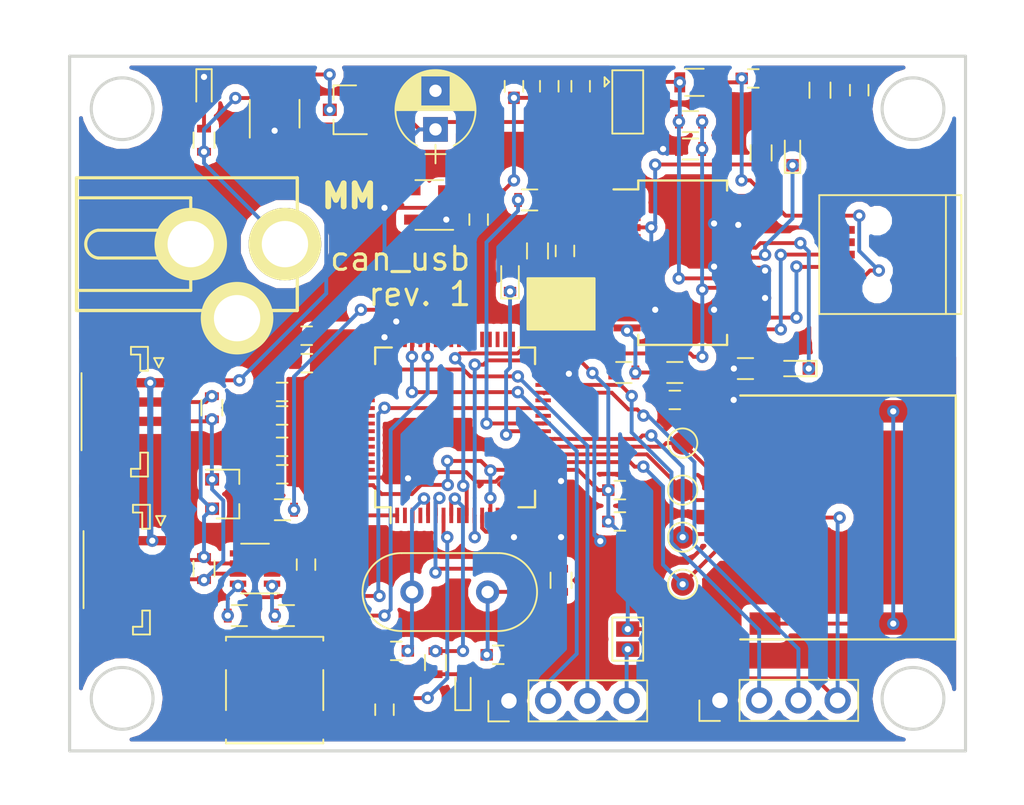
<source format=kicad_pcb>
(kicad_pcb (version 20171130) (host pcbnew "(5.0.2)-1")
  (layers (0 F.Cu signal) (31 B.Cu signal) (34 B.Paste user) (35 F.Paste user) (36 B.SilkS user) (37 F.SilkS user) (38 B.Mask user) (39 F.Mask user) (44 Edge.Cuts user))
  (net 0 "")
  (net 1 +3V3)
  (net 2 GND)
  (net 3 "Net-(C12-Pad1)")
  (net 4 /if_uart_power/FT232_3V3)
  (net 5 "Net-(C17-Pad1)")
  (net 6 VBUS)
  (net 7 /uC/nRESET)
  (net 8 /uC/OSC_IN)
  (net 9 "Net-(C24-Pad1)")
  (net 10 "Net-(D10-Pad2)")
  (net 11 /if_uart_power/UART_TX)
  (net 12 /if_uart_power/UART_TXLED)
  (net 13 "Net-(D11-Pad2)")
  (net 14 "Net-(D12-Pad2)")
  (net 15 /if_uart_power/UART_RXLED)
  (net 16 "Net-(D20-Pad2)")
  (net 17 /if_uart_power/USB_UART_VBUS)
  (net 18 "Net-(J11-Pad4)")
  (net 19 /if_uart_power/FT232_DP)
  (net 20 /if_uart_power/FT232_DM)
  (net 21 "Net-(J20-Pad4)")
  (net 22 /uC/SWCLK)
  (net 23 /uC/SWDIO)
  (net 24 /uC/EXT_SDA)
  (net 25 /uC/EXT_SCL)
  (net 26 "Net-(J30-Pad9)")
  (net 27 "Net-(J30-Pad8)")
  (net 28 /if_openlog/uSD_MISO)
  (net 29 /if_openlog/uSD_SCK)
  (net 30 /if_openlog/uSD_MOSI)
  (net 31 /if_openlog/uSD_CS)
  (net 32 "Net-(J30-Pad1)")
  (net 33 /if_can/CAN_H)
  (net 34 /if_can/CAN_L)
  (net 35 /if_uart_power/UART_N_RESET)
  (net 36 /if_uart_power/UART_RX)
  (net 37 "Net-(R13-Pad2)")
  (net 38 /if_uart_power/UART_PW_EN)
  (net 39 /if_uart_power/CONV_N_USB)
  (net 40 /if_can/CAN_TX)
  (net 41 /if_can/CAN_RX)
  (net 42 /uC/OSC_OUT)
  (net 43 /uC/LED)
  (net 44 /if_can/CAN_RS)
  (net 45 "Net-(R42-Pad1)")
  (net 46 "Net-(R43-Pad1)")
  (net 47 "Net-(U10-Pad28)")
  (net 48 "Net-(U10-Pad27)")
  (net 49 "Net-(U10-Pad13)")
  (net 50 "Net-(U10-Pad12)")
  (net 51 "Net-(U10-Pad11)")
  (net 52 "Net-(U10-Pad10)")
  (net 53 "Net-(U10-Pad9)")
  (net 54 "Net-(U10-Pad6)")
  (net 55 "Net-(U10-Pad3)")
  (net 56 "Net-(U10-Pad2)")
  (net 57 "Net-(U40-Pad5)")
  (net 58 "Net-(J12-Pad1)")
  (net 59 "Net-(Q10-Pad1)")
  (net 60 "Net-(U13-Pad3)")
  (net 61 "Net-(U13-Pad1)")
  (net 62 "Net-(U^20-Pad62)")
  (net 63 "Net-(U^20-Pad61)")
  (net 64 "Net-(U^20-Pad60)")
  (net 65 "Net-(U^20-Pad59)")
  (net 66 "Net-(U^20-Pad58)")
  (net 67 "Net-(U^20-Pad57)")
  (net 68 "Net-(U^20-Pad56)")
  (net 69 "Net-(U^20-Pad55)")
  (net 70 "Net-(U^20-Pad54)")
  (net 71 "Net-(U^20-Pad53)")
  (net 72 "Net-(U^20-Pad52)")
  (net 73 "Net-(U^20-Pad51)")
  (net 74 "Net-(U^20-Pad50)")
  (net 75 "Net-(U^20-Pad43)")
  (net 76 "Net-(U^20-Pad42)")
  (net 77 "Net-(U^20-Pad41)")
  (net 78 "Net-(U^20-Pad40)")
  (net 79 "Net-(U^20-Pad39)")
  (net 80 "Net-(U^20-Pad38)")
  (net 81 "Net-(U^20-Pad36)")
  (net 82 "Net-(U^20-Pad35)")
  (net 83 "Net-(U^20-Pad34)")
  (net 84 "Net-(U^20-Pad33)")
  (net 85 "Net-(U^20-Pad28)")
  (net 86 "Net-(U^20-Pad17)")
  (net 87 "Net-(U^20-Pad16)")
  (net 88 "Net-(U^20-Pad15)")
  (net 89 "Net-(U^20-Pad14)")
  (net 90 "Net-(U^20-Pad9)")
  (net 91 "Net-(U^20-Pad2)")
  (net 92 "Net-(D13-Pad2)")
  (net 93 "Net-(U^20-Pad26)")
  (net 94 "Net-(U11-Pad4)")
  (net 95 /if_uart_power/V_JUMPER)
  (net 96 "Net-(U^20-Pad37)")
  (net 97 "Net-(U^20-Pad4)")
  (net 98 "Net-(U^20-Pad3)")
  (module Capacitors_SMD:C_0603 (layer F.Cu) (at 163.068 86.614 270)
    (fp_text reference C14 hide)
    (fp_text value 4.7u)
    (pad 1 smd rect (at -0.75 0 270) (size 0.8 0.75) (layers F.Cu F.Paste F.Mask) (net 4 /if_uart_power/FT232_3V3))
    (pad 2 smd rect (at 0.75 0 270) (size 0.8 0.75) (layers F.Cu F.Paste F.Mask) (net 2 GND))
  )
  (module TO_SOT_Packages_SMD:SOT-23 (layer F.Cu) (at 148.844 77.47 180)
    (fp_text reference Q10 hide)
    (fp_text value CPH3462_SOT23_3)
    (pad 3 smd rect (at 1 0 180) (size 0.9 0.8) (layers F.Cu F.Paste F.Mask) (net 58 "Net-(J12-Pad1)"))
    (pad 2 smd rect (at -1 0.95 180) (size 0.9 0.8) (layers F.Cu F.Paste F.Mask) (net 6 VBUS))
    (pad 1 smd rect (at -1 -0.95 180) (size 0.9 0.8) (layers F.Cu F.Paste F.Mask) (net 59 "Net-(Q10-Pad1)"))
  )
  (module Capacitors_SMD:C_0603 (layer F.Cu) (at 164.084 75.946 90)
    (fp_text reference C10 hide)
    (fp_text value C)
    (pad 1 smd rect (at -0.75 0 90) (size 0.8 0.75) (layers F.Cu F.Paste F.Mask) (net 95 /if_uart_power/V_JUMPER))
    (pad 2 smd rect (at 0.75 0 90) (size 0.8 0.75) (layers F.Cu F.Paste F.Mask) (net 2 GND))
  )
  (module Capacitors_SMD:C_0603 (layer F.Cu) (at 182.118 76.2 90)
    (fp_text reference C12 hide)
    (fp_text value 0.1u)
    (pad 2 smd rect (at 0.75 0 90) (size 0.8 0.75) (layers F.Cu F.Paste F.Mask) (net 2 GND))
    (pad 1 smd rect (at -0.75 0 90) (size 0.8 0.75) (layers F.Cu F.Paste F.Mask) (net 3 "Net-(C12-Pad1)"))
  )
  (module Capacitors_SMD:C_0603 (layer F.Cu) (at 170.18 96.266 180)
    (fp_text reference C13 hide)
    (fp_text value 0.1u)
    (pad 2 smd rect (at 0.75 0 180) (size 0.8 0.75) (layers F.Cu F.Paste F.Mask) (net 2 GND))
    (pad 1 smd rect (at -0.75 0 180) (size 0.8 0.75) (layers F.Cu F.Paste F.Mask) (net 4 /if_uart_power/FT232_3V3))
  )
  (module Capacitors_SMD:C_0603 (layer F.Cu) (at 162.052 75.946 90)
    (fp_text reference C15 hide)
    (fp_text value 0.1u)
    (pad 1 smd rect (at -0.75 0 90) (size 0.8 0.75) (layers F.Cu F.Paste F.Mask) (net 95 /if_uart_power/V_JUMPER))
    (pad 2 smd rect (at 0.75 0 90) (size 0.8 0.75) (layers F.Cu F.Paste F.Mask) (net 2 GND))
  )
  (module Capacitors_SMD:C_0603 (layer F.Cu) (at 159.766 75.946 90)
    (fp_text reference C16 hide)
    (fp_text value 4.7u)
    (pad 2 smd rect (at 0.75 0 90) (size 0.8 0.75) (layers F.Cu F.Paste F.Mask) (net 2 GND))
    (pad 1 smd rect (at -0.75 0 90) (size 0.8 0.75) (layers F.Cu F.Paste F.Mask) (net 95 /if_uart_power/V_JUMPER))
  )
  (module Capacitors_SMD:C_0603 (layer F.Cu) (at 175.26 75.438)
    (fp_text reference C17 hide)
    (fp_text value 0.01u)
    (pad 2 smd rect (at 0.75 0) (size 0.8 0.75) (layers F.Cu F.Paste F.Mask) (net 2 GND))
    (pad 1 smd rect (at -0.75 0) (size 0.8 0.75) (layers F.Cu F.Paste F.Mask) (net 5 "Net-(C17-Pad1)"))
  )
  (module Capacitors_SMD:C_0603 (layer F.Cu) (at 151.384 116.332 270)
    (fp_text reference C20 hide)
    (fp_text value 100n)
    (pad 1 smd rect (at -0.75 0 270) (size 0.8 0.75) (layers F.Cu F.Paste F.Mask) (net 7 /uC/nRESET))
    (pad 2 smd rect (at 0.75 0 270) (size 0.8 0.75) (layers F.Cu F.Paste F.Mask) (net 2 GND))
  )
  (module Capacitors_SMD:C_0603 (layer F.Cu) (at 152.146 112.522 180)
    (fp_text reference C23 hide)
    (fp_text value 20p)
    (pad 2 smd rect (at 0.75 0 180) (size 0.8 0.75) (layers F.Cu F.Paste F.Mask) (net 2 GND))
    (pad 1 smd rect (at -0.75 0 180) (size 0.8 0.75) (layers F.Cu F.Paste F.Mask) (net 8 /uC/OSC_IN))
  )
  (module Capacitors_SMD:C_0603 (layer F.Cu) (at 158.75 112.776)
    (fp_text reference C24 hide)
    (fp_text value 20p)
    (pad 1 smd rect (at -0.75 0) (size 0.8 0.75) (layers F.Cu F.Paste F.Mask) (net 9 "Net-(C24-Pad1)"))
    (pad 2 smd rect (at 0.75 0) (size 0.8 0.75) (layers F.Cu F.Paste F.Mask) (net 2 GND))
  )
  (module Capacitors_SMD:C_0603 (layer F.Cu) (at 144.754415 99.303135 180)
    (fp_text reference C25 hide)
    (fp_text value 100n)
    (pad 2 smd rect (at 0.75 0 180) (size 0.8 0.75) (layers F.Cu F.Paste F.Mask) (net 2 GND))
    (pad 1 smd rect (at -0.75 0 180) (size 0.8 0.75) (layers F.Cu F.Paste F.Mask) (net 1 +3V3))
  )
  (module Capacitors_SMD:C_0603 (layer F.Cu) (at 144.754415 97.271135 180)
    (fp_text reference C26 hide)
    (fp_text value 100n)
    (pad 1 smd rect (at -0.75 0 180) (size 0.8 0.75) (layers F.Cu F.Paste F.Mask) (net 1 +3V3))
    (pad 2 smd rect (at 0.75 0 180) (size 0.8 0.75) (layers F.Cu F.Paste F.Mask) (net 2 GND))
  )
  (module Capacitors_SMD:C_0603 (layer F.Cu) (at 144.766415 101.081135 180)
    (fp_text reference C27 hide)
    (fp_text value 100n)
    (pad 2 smd rect (at 0.75 0 180) (size 0.8 0.75) (layers F.Cu F.Paste F.Mask) (net 2 GND))
    (pad 1 smd rect (at -0.75 0 180) (size 0.8 0.75) (layers F.Cu F.Paste F.Mask) (net 1 +3V3))
  )
  (module Capacitors_SMD:C_0603 (layer F.Cu) (at 144.754415 95.747135 180)
    (fp_text reference C28 hide)
    (fp_text value 4.7u)
    (pad 1 smd rect (at -0.75 0 180) (size 0.8 0.75) (layers F.Cu F.Paste F.Mask) (net 1 +3V3))
    (pad 2 smd rect (at 0.75 0 180) (size 0.8 0.75) (layers F.Cu F.Paste F.Mask) (net 2 GND))
  )
  (module Capacitors_SMD:C_0603 (layer F.Cu) (at 146.357635 93.88508 180)
    (fp_text reference C29 hide)
    (fp_text value 100n)
    (pad 1 smd rect (at -0.75 0 180) (size 0.8 0.75) (layers F.Cu F.Paste F.Mask) (net 1 +3V3))
    (pad 2 smd rect (at 0.75 0 180) (size 0.8 0.75) (layers F.Cu F.Paste F.Mask) (net 2 GND))
  )
  (module Capacitors_SMD:C_0603 (layer F.Cu) (at 146.304 106.934 270)
    (fp_text reference C40 hide)
    (fp_text value 0.1u)
    (pad 2 smd rect (at 0.75 0 270) (size 0.8 0.75) (layers F.Cu F.Paste F.Mask) (net 2 GND))
    (pad 1 smd rect (at -0.75 0 270) (size 0.8 0.75) (layers F.Cu F.Paste F.Mask) (net 1 +3V3))
  )
  (module Capacitors_SMD:C_0603 (layer F.Cu) (at 146.345635 92.10708 180)
    (fp_text reference C200 hide)
    (fp_text value 4.7u)
    (pad 2 smd rect (at 0.75 0 180) (size 0.8 0.75) (layers F.Cu F.Paste F.Mask) (net 2 GND))
    (pad 1 smd rect (at -0.75 0 180) (size 0.8 0.75) (layers F.Cu F.Paste F.Mask) (net 1 +3V3))
  )
  (module Capacitors_SMD:C_0603 (layer F.Cu) (at 166.624 104.14)
    (fp_text reference C201 hide)
    (fp_text value 100n)
    (pad 1 smd rect (at -0.75 0) (size 0.8 0.75) (layers F.Cu F.Paste F.Mask) (net 1 +3V3))
    (pad 2 smd rect (at 0.75 0) (size 0.8 0.75) (layers F.Cu F.Paste F.Mask) (net 2 GND))
  )
  (module Capacitors_SMD:C_0603 (layer F.Cu) (at 166.624 102.108)
    (fp_text reference C202 hide)
    (fp_text value 1u)
    (pad 2 smd rect (at 0.75 0) (size 0.8 0.75) (layers F.Cu F.Paste F.Mask) (net 2 GND))
    (pad 1 smd rect (at -0.75 0) (size 0.8 0.75) (layers F.Cu F.Paste F.Mask) (net 1 +3V3))
  )
  (module Diodes_SMD:D_0603 (layer F.Cu) (at 159.512 88.392 90)
    (fp_text reference D10 hide)
    (fp_text value D_Zener)
    (pad 2 smd rect (at 0.85 0 90) (size 0.6 0.8) (layers F.Cu F.Paste F.Mask) (net 10 "Net-(D10-Pad2)"))
    (pad 1 smd rect (at -0.85 0 90) (size 0.6 0.8) (layers F.Cu F.Paste F.Mask) (net 11 /if_uart_power/UART_TX))
  )
  (module LEDs:LED_0603 (layer F.Cu) (at 177.8 80.264 90)
    (fp_text reference D11 hide)
    (fp_text value LED)
    (pad 1 smd rect (at -0.8 0 270) (size 0.8 0.8) (layers F.Cu F.Paste F.Mask) (net 12 /if_uart_power/UART_TXLED))
    (pad 2 smd rect (at 0.8 0 270) (size 0.8 0.8) (layers F.Cu F.Paste F.Mask) (net 13 "Net-(D11-Pad2)"))
  )
  (module LEDs:LED_0603 (layer F.Cu) (at 178.054 94.234 180)
    (fp_text reference D12 hide)
    (fp_text value LED)
    (pad 2 smd rect (at 0.8 0) (size 0.8 0.8) (layers F.Cu F.Paste F.Mask) (net 14 "Net-(D12-Pad2)"))
    (pad 1 smd rect (at -0.8 0) (size 0.8 0.8) (layers F.Cu F.Paste F.Mask) (net 15 /if_uart_power/UART_RXLED))
  )
  (module LEDs:LED_0603 (layer F.Cu) (at 156.464 115.062 90)
    (fp_text reference D20 hide)
    (fp_text value LED)
    (pad 1 smd rect (at -0.8 0 270) (size 0.8 0.8) (layers F.Cu F.Paste F.Mask) (net 2 GND))
    (pad 2 smd rect (at 0.8 0 270) (size 0.8 0.8) (layers F.Cu F.Paste F.Mask) (net 16 "Net-(D20-Pad2)"))
  )
  (module Inductors_SMD:L_0805 (layer F.Cu) (at 171.45 75.692)
    (fp_text reference FB0 hide)
    (fp_text value Ferrite_Bead)
    (pad 2 smd rect (at 0.95 0) (size 0.7 1.3) (layers F.Cu F.Paste F.Mask) (net 5 "Net-(C17-Pad1)"))
    (pad 1 smd rect (at -0.95 0) (size 0.7 1.3) (layers F.Cu F.Paste F.Mask) (net 17 /if_uart_power/USB_UART_VBUS))
  )
  (module Connectors:USB_Mini-B (layer F.Cu) (at 183.48 86.85 180)
    (fp_text reference J11 hide)
    (fp_text value USB_B_Mini)
    (pad "" np_thru_hole circle (at 0.2 2.2 180) (size 0.9 0.9) (drill 0.9) (layers *.Cu *.Mask))
    (pad "" np_thru_hole circle (at 0.2 -2.2 180) (size 0.9 0.9) (drill 0.9) (layers *.Cu *.Mask))
    (pad 6 smd rect (at -2.8 4.45 180) (size 2.5 2) (layers F.Cu F.Paste F.Mask) (net 3 "Net-(C12-Pad1)"))
    (pad 6 smd rect (at 2.7 4.45 180) (size 2.5 2) (layers F.Cu F.Paste F.Mask) (net 3 "Net-(C12-Pad1)"))
    (pad 6 smd rect (at -2.8 -4.45 180) (size 2.5 2) (layers F.Cu F.Paste F.Mask) (net 3 "Net-(C12-Pad1)"))
    (pad 6 smd rect (at 2.7 -4.45 180) (size 2.5 2) (layers F.Cu F.Paste F.Mask) (net 3 "Net-(C12-Pad1)"))
    (pad 5 smd rect (at 2.8 1.6 180) (size 2.3 0.5) (layers F.Cu F.Paste F.Mask) (net 2 GND))
    (pad 4 smd rect (at 2.8 0.8 180) (size 2.3 0.5) (layers F.Cu F.Paste F.Mask) (net 18 "Net-(J11-Pad4)"))
    (pad 3 smd rect (at 2.8 0 180) (size 2.3 0.5) (layers F.Cu F.Paste F.Mask) (net 19 /if_uart_power/FT232_DP))
    (pad 2 smd rect (at 2.8 -0.8 180) (size 2.3 0.5) (layers F.Cu F.Paste F.Mask) (net 20 /if_uart_power/FT232_DM))
    (pad 1 smd rect (at 2.8 -1.6 180) (size 2.3 0.5) (layers F.Cu F.Paste F.Mask) (net 5 "Net-(C17-Pad1)"))
  )
  (module Connectors_Card:MicroSd_Wurth_693072010801 (layer F.Cu) (at 180.17 103.88 270)
    (fp_text reference J30 hide)
    (fp_text value Micro_SD_Card_Det)
    (pad 9 smd rect (at -6.875 4.15 270) (size 1.45 2) (layers F.Cu F.Paste F.Mask) (net 26 "Net-(J30-Pad9)"))
    (pad 9 smd rect (at -6.875 -4.15 270) (size 1.45 2) (layers F.Cu F.Paste F.Mask) (net 26 "Net-(J30-Pad9)"))
    (pad 9 smd rect (at 6.875 4.15 270) (size 1.45 2) (layers F.Cu F.Paste F.Mask) (net 26 "Net-(J30-Pad9)"))
    (pad 9 smd rect (at 6.875 -4.15 270) (size 1.45 2) (layers F.Cu F.Paste F.Mask) (net 26 "Net-(J30-Pad9)"))
    (pad 8 smd rect (at -4.425 1.55 270) (size 0.8 1.5) (layers F.Cu F.Paste F.Mask) (net 27 "Net-(J30-Pad8)"))
    (pad 7 smd rect (at -3.325 1.55 270) (size 0.8 1.5) (layers F.Cu F.Paste F.Mask) (net 28 /if_openlog/uSD_MISO))
    (pad 6 smd rect (at -2.225 1.55 270) (size 0.8 1.5) (layers F.Cu F.Paste F.Mask) (net 2 GND))
    (pad 5 smd rect (at -1.125 1.55 270) (size 0.8 1.5) (layers F.Cu F.Paste F.Mask) (net 29 /if_openlog/uSD_SCK))
    (pad 4 smd rect (at -0.025 1.55 270) (size 0.8 1.5) (layers F.Cu F.Paste F.Mask) (net 1 +3V3))
    (pad 3 smd rect (at 1.075 1.55 270) (size 0.8 1.5) (layers F.Cu F.Paste F.Mask) (net 30 /if_openlog/uSD_MOSI))
    (pad 2 smd rect (at 2.175 1.55 270) (size 0.8 1.5) (layers F.Cu F.Paste F.Mask) (net 31 /if_openlog/uSD_CS))
    (pad 1 smd rect (at 3.275 1.55 270) (size 0.8 1.5) (layers F.Cu F.Paste F.Mask) (net 32 "Net-(J30-Pad1)"))
  )
  (module Connectors_JST:JST_GH_SM04B-GHS-TB_04x1.25mm_Angled (layer F.Cu) (at 134.62 97.028 270)
    (fp_text reference J40 hide)
    (fp_text value Conn_01x04_Male)
    (pad 1 smd rect (at -1.875 -1.6 270) (size 0.6 1.8) (layers F.Cu F.Paste F.Mask) (net 6 VBUS))
    (pad 2 smd rect (at -0.625 -1.6 270) (size 0.6 1.8) (layers F.Cu F.Paste F.Mask) (net 34 /if_can/CAN_L))
    (pad 3 smd rect (at 0.625 -1.6 270) (size 0.6 1.8) (layers F.Cu F.Paste F.Mask) (net 33 /if_can/CAN_H))
    (pad 4 smd rect (at 1.875 -1.6 270) (size 0.6 1.8) (layers F.Cu F.Paste F.Mask) (net 2 GND))
    (pad "" smd rect (at 3.6 1.6 270) (size 1 2.8) (layers F.Cu F.Paste F.Mask))
    (pad "" smd rect (at -3.6 1.6 270) (size 1 2.8) (layers F.Cu F.Paste F.Mask))
  )
  (module Connectors_JST:JST_GH_SM04B-GHS-TB_04x1.25mm_Angled (layer F.Cu) (at 134.75 107.26 270)
    (fp_text reference J41 hide)
    (fp_text value Conn_01x04_Male)
    (pad "" smd rect (at -3.6 1.6 270) (size 1 2.8) (layers F.Cu F.Paste F.Mask))
    (pad "" smd rect (at 3.6 1.6 270) (size 1 2.8) (layers F.Cu F.Paste F.Mask))
    (pad 4 smd rect (at 1.875 -1.6 270) (size 0.6 1.8) (layers F.Cu F.Paste F.Mask) (net 2 GND))
    (pad 3 smd rect (at 0.625 -1.6 270) (size 0.6 1.8) (layers F.Cu F.Paste F.Mask) (net 33 /if_can/CAN_H))
    (pad 2 smd rect (at -0.625 -1.6 270) (size 0.6 1.8) (layers F.Cu F.Paste F.Mask) (net 34 /if_can/CAN_L))
    (pad 1 smd rect (at -1.875 -1.6 270) (size 0.6 1.8) (layers F.Cu F.Paste F.Mask) (net 6 VBUS))
  )
  (module Jumper:SolderJumper-2_P1.3mm_Open_Pad1.0x1.5mm (layer F.Cu) (at 167.132 111.76 270)
    (fp_text reference JP0 hide)
    (fp_text value Jumper_2_Open)
    (pad 2 smd rect (at 0.65 0 270) (size 1 1.5) (layers F.Cu F.Mask) (net 21 "Net-(J20-Pad4)"))
    (pad 1 smd rect (at -0.65 0 270) (size 1 1.5) (layers F.Cu F.Mask) (net 1 +3V3))
  )
  (module Jumper:SolderJumper-3_P1.3mm_Open_Pad1.0x1.5mm (layer F.Cu) (at 167.132 76.962 270)
    (fp_text reference JP10 hide)
    (fp_text value Jumper_3_Open)
    (pad 3 smd rect (at 1.3 0 270) (size 1 1.5) (layers F.Cu F.Mask) (net 6 VBUS))
    (pad 2 smd rect (at 0 0 270) (size 1 1.5) (layers F.Cu F.Mask) (net 95 /if_uart_power/V_JUMPER))
    (pad 1 smd rect (at -1.3 0 270) (size 1 1.5) (layers F.Cu F.Mask) (net 17 /if_uart_power/USB_UART_VBUS))
  )
  (module Resistors_SMD:R_0603 (layer F.Cu) (at 179.578 76.2 90)
    (fp_text reference R10 hide)
    (fp_text value 1M)
    (pad 1 smd rect (at -0.75 0 90) (size 0.5 0.9) (layers F.Cu F.Paste F.Mask) (net 3 "Net-(C12-Pad1)"))
    (pad 2 smd rect (at 0.75 0 90) (size 0.5 0.9) (layers F.Cu F.Paste F.Mask) (net 2 GND))
  )
  (module Resistors_SMD:R_0603 (layer F.Cu) (at 171.196 78.232)
    (fp_text reference R11 hide)
    (fp_text value 4k7)
    (pad 2 smd rect (at 0.75 0) (size 0.5 0.9) (layers F.Cu F.Paste F.Mask) (net 35 /if_uart_power/UART_N_RESET))
    (pad 1 smd rect (at -0.75 0) (size 0.5 0.9) (layers F.Cu F.Paste F.Mask) (net 17 /if_uart_power/USB_UART_VBUS))
  )
  (module Resistors_SMD:R_0603 (layer F.Cu) (at 171.196 80.01 180)
    (fp_text reference R12 hide)
    (fp_text value 10k)
    (pad 1 smd rect (at -0.75 0 180) (size 0.5 0.9) (layers F.Cu F.Paste F.Mask) (net 35 /if_uart_power/UART_N_RESET))
    (pad 2 smd rect (at 0.75 0 180) (size 0.5 0.9) (layers F.Cu F.Paste F.Mask) (net 2 GND))
  )
  (module Resistors_SMD:R_0603 (layer F.Cu) (at 160.782 83.312)
    (fp_text reference R13 hide)
    (fp_text value 0)
    (pad 1 smd rect (at -0.75 0) (size 0.5 0.9) (layers F.Cu F.Paste F.Mask) (net 36 /if_uart_power/UART_RX))
    (pad 2 smd rect (at 0.75 0) (size 0.5 0.9) (layers F.Cu F.Paste F.Mask) (net 37 "Net-(R13-Pad2)"))
  )
  (module Resistors_SMD:R_0603 (layer F.Cu) (at 161.29 86.614 270)
    (fp_text reference R14 hide)
    (fp_text value 10k)
    (pad 2 smd rect (at 0.75 0 270) (size 0.5 0.9) (layers F.Cu F.Paste F.Mask) (net 10 "Net-(D10-Pad2)"))
    (pad 1 smd rect (at -0.75 0 270) (size 0.5 0.9) (layers F.Cu F.Paste F.Mask) (net 4 /if_uart_power/FT232_3V3))
  )
  (module Resistors_SMD:R_0603 (layer F.Cu) (at 175.768 80.264 90)
    (fp_text reference R15 hide)
    (fp_text value 120)
    (pad 1 smd rect (at -0.75 0 90) (size 0.5 0.9) (layers F.Cu F.Paste F.Mask) (net 4 /if_uart_power/FT232_3V3))
    (pad 2 smd rect (at 0.75 0 90) (size 0.5 0.9) (layers F.Cu F.Paste F.Mask) (net 13 "Net-(D11-Pad2)"))
  )
  (module Resistors_SMD:R_0603 (layer F.Cu) (at 174.752 94.234)
    (fp_text reference R16 hide)
    (fp_text value 120)
    (pad 2 smd rect (at 0.75 0) (size 0.5 0.9) (layers F.Cu F.Paste F.Mask) (net 14 "Net-(D12-Pad2)"))
    (pad 1 smd rect (at -0.75 0) (size 0.5 0.9) (layers F.Cu F.Paste F.Mask) (net 4 /if_uart_power/FT232_3V3))
  )
  (module Resistors_SMD:R_0603 (layer F.Cu) (at 170.18 94.488 180)
    (fp_text reference R17 hide)
    (fp_text value 10k)
    (pad 1 smd rect (at -0.75 0 180) (size 0.5 0.9) (layers F.Cu F.Paste F.Mask) (net 4 /if_uart_power/FT232_3V3))
    (pad 2 smd rect (at 0.75 0 180) (size 0.5 0.9) (layers F.Cu F.Paste F.Mask) (net 38 /if_uart_power/UART_PW_EN))
  )
  (module Resistors_SMD:R_0603 (layer F.Cu) (at 166.878 94.488 180)
    (fp_text reference R18 hide)
    (fp_text value 10k)
    (pad 2 smd rect (at 0.75 0 180) (size 0.5 0.9) (layers F.Cu F.Paste F.Mask) (net 39 /if_uart_power/CONV_N_USB))
    (pad 1 smd rect (at -0.75 0 180) (size 0.5 0.9) (layers F.Cu F.Paste F.Mask) (net 38 /if_uart_power/UART_PW_EN))
  )
  (module Resistors_SMD:R_0603 (layer F.Cu) (at 162.814 107.95 270)
    (fp_text reference R26 hide)
    (fp_text value 0)
    (pad 2 smd rect (at 0.75 0 270) (size 0.5 0.9) (layers F.Cu F.Paste F.Mask) (net 9 "Net-(C24-Pad1)"))
    (pad 1 smd rect (at -0.75 0 270) (size 0.5 0.9) (layers F.Cu F.Paste F.Mask) (net 42 /uC/OSC_OUT))
  )
  (module Resistors_SMD:R_0603 (layer F.Cu) (at 154.686 113.284 90)
    (fp_text reference R27 hide)
    (fp_text value 0)
    (pad 1 smd rect (at -0.75 0 90) (size 0.5 0.9) (layers F.Cu F.Paste F.Mask) (net 16 "Net-(D20-Pad2)"))
    (pad 2 smd rect (at 0.75 0 90) (size 0.5 0.9) (layers F.Cu F.Paste F.Mask) (net 43 /uC/LED))
  )
  (module Resistors_SMD:R_0603 (layer F.Cu) (at 139.7 107.188 90)
    (fp_text reference R40 hide)
    (fp_text value 120)
    (pad 2 smd rect (at 0.75 0 90) (size 0.5 0.9) (layers F.Cu F.Paste F.Mask) (net 34 /if_can/CAN_L))
    (pad 1 smd rect (at -0.75 0 90) (size 0.5 0.9) (layers F.Cu F.Paste F.Mask) (net 33 /if_can/CAN_H))
  )
  (module Resistors_SMD:R_0603 (layer F.Cu) (at 141.986 110.236)
    (fp_text reference R41 hide)
    (fp_text value R)
    (pad 2 smd rect (at 0.75 0) (size 0.5 0.9) (layers F.Cu F.Paste F.Mask) (net 2 GND))
    (pad 1 smd rect (at -0.75 0) (size 0.5 0.9) (layers F.Cu F.Paste F.Mask) (net 44 /if_can/CAN_RS))
  )
  (module Resistors_SMD:R_0603 (layer F.Cu) (at 145.034 110.236)
    (fp_text reference R42 hide)
    (fp_text value 0)
    (pad 1 smd rect (at -0.75 0) (size 0.5 0.9) (layers F.Cu F.Paste F.Mask) (net 45 "Net-(R42-Pad1)"))
    (pad 2 smd rect (at 0.75 0) (size 0.5 0.9) (layers F.Cu F.Paste F.Mask) (net 40 /if_can/CAN_TX))
  )
  (module Resistors_SMD:R_0603 (layer F.Cu) (at 144.78 103.378)
    (fp_text reference R43 hide)
    (fp_text value 0)
    (pad 2 smd rect (at 0.75 0) (size 0.5 0.9) (layers F.Cu F.Paste F.Mask) (net 41 /if_can/CAN_RX))
    (pad 1 smd rect (at -0.75 0) (size 0.5 0.9) (layers F.Cu F.Paste F.Mask) (net 46 "Net-(R43-Pad1)"))
  )
  (module TestPoint:TestPoint_Pad_D1.5mm (layer F.Cu) (at 170.688 108.204)
    (fp_text reference TP30 hide)
    (fp_text value TestPoint)
    (pad 1 smd circle (at 0 0) (size 1.5 1.5) (layers F.Cu F.Mask) (net 31 /if_openlog/uSD_CS))
  )
  (module TestPoint:TestPoint_Pad_D1.5mm (layer F.Cu) (at 170.688 105.156)
    (fp_text reference TP31 hide)
    (fp_text value TestPoint)
    (pad 1 smd circle (at 0 0) (size 1.5 1.5) (layers F.Cu F.Mask) (net 30 /if_openlog/uSD_MOSI))
  )
  (module TestPoint:TestPoint_Pad_D1.5mm (layer F.Cu) (at 170.688 102.108)
    (fp_text reference TP32 hide)
    (fp_text value TestPoint)
    (pad 1 smd circle (at 0 0) (size 1.5 1.5) (layers F.Cu F.Mask) (net 29 /if_openlog/uSD_SCK))
  )
  (module TestPoint:TestPoint_Pad_D1.5mm (layer F.Cu) (at 170.688 99.06)
    (fp_text reference TP33 hide)
    (fp_text value TestPoint)
    (pad 1 smd circle (at 0 0) (size 1.5 1.5) (layers F.Cu F.Mask) (net 28 /if_openlog/uSD_MISO))
  )
  (module Housings_SSOP:SSOP-28_5.3x10.2mm_Pitch0.65mm (layer F.Cu) (at 170.688 87.376)
    (fp_text reference U10 hide)
    (fp_text value FT232RL)
    (pad 28 smd rect (at 3.6 -4.225) (size 1.75 0.45) (layers F.Cu F.Paste F.Mask) (net 47 "Net-(U10-Pad28)"))
    (pad 27 smd rect (at 3.6 -3.575) (size 1.75 0.45) (layers F.Cu F.Paste F.Mask) (net 48 "Net-(U10-Pad27)"))
    (pad 26 smd rect (at 3.6 -2.925) (size 1.75 0.45) (layers F.Cu F.Paste F.Mask) (net 2 GND))
    (pad 25 smd rect (at 3.6 -2.275) (size 1.75 0.45) (layers F.Cu F.Paste F.Mask) (net 2 GND))
    (pad 24 smd rect (at 3.6 -1.625) (size 1.75 0.45) (layers F.Cu F.Paste F.Mask))
    (pad 23 smd rect (at 3.6 -0.975) (size 1.75 0.45) (layers F.Cu F.Paste F.Mask) (net 15 /if_uart_power/UART_RXLED))
    (pad 22 smd rect (at 3.6 -0.325) (size 1.75 0.45) (layers F.Cu F.Paste F.Mask) (net 12 /if_uart_power/UART_TXLED))
    (pad 21 smd rect (at 3.6 0.325) (size 1.75 0.45) (layers F.Cu F.Paste F.Mask) (net 2 GND))
    (pad 20 smd rect (at 3.6 0.975) (size 1.75 0.45) (layers F.Cu F.Paste F.Mask) (net 17 /if_uart_power/USB_UART_VBUS))
    (pad 19 smd rect (at 3.6 1.625) (size 1.75 0.45) (layers F.Cu F.Paste F.Mask) (net 35 /if_uart_power/UART_N_RESET))
    (pad 18 smd rect (at 3.6 2.275) (size 1.75 0.45) (layers F.Cu F.Paste F.Mask) (net 2 GND))
    (pad 17 smd rect (at 3.6 2.925) (size 1.75 0.45) (layers F.Cu F.Paste F.Mask) (net 4 /if_uart_power/FT232_3V3))
    (pad 16 smd rect (at 3.6 3.575) (size 1.75 0.45) (layers F.Cu F.Paste F.Mask) (net 20 /if_uart_power/FT232_DM))
    (pad 15 smd rect (at 3.6 4.225) (size 1.75 0.45) (layers F.Cu F.Paste F.Mask) (net 19 /if_uart_power/FT232_DP))
    (pad 14 smd rect (at -3.6 4.225) (size 1.75 0.45) (layers F.Cu F.Paste F.Mask) (net 38 /if_uart_power/UART_PW_EN))
    (pad 13 smd rect (at -3.6 3.575) (size 1.75 0.45) (layers F.Cu F.Paste F.Mask) (net 49 "Net-(U10-Pad13)"))
    (pad 12 smd rect (at -3.6 2.925) (size 1.75 0.45) (layers F.Cu F.Paste F.Mask) (net 50 "Net-(U10-Pad12)"))
    (pad 11 smd rect (at -3.6 2.275) (size 1.75 0.45) (layers F.Cu F.Paste F.Mask) (net 51 "Net-(U10-Pad11)"))
    (pad 10 smd rect (at -3.6 1.625) (size 1.75 0.45) (layers F.Cu F.Paste F.Mask) (net 52 "Net-(U10-Pad10)"))
    (pad 9 smd rect (at -3.6 0.975) (size 1.75 0.45) (layers F.Cu F.Paste F.Mask) (net 53 "Net-(U10-Pad9)"))
    (pad 8 smd rect (at -3.6 0.325) (size 1.75 0.45) (layers F.Cu F.Paste F.Mask))
    (pad 7 smd rect (at -3.6 -0.325) (size 1.75 0.45) (layers F.Cu F.Paste F.Mask) (net 2 GND))
    (pad 6 smd rect (at -3.6 -0.975) (size 1.75 0.45) (layers F.Cu F.Paste F.Mask) (net 54 "Net-(U10-Pad6)"))
    (pad 5 smd rect (at -3.6 -1.625) (size 1.75 0.45) (layers F.Cu F.Paste F.Mask) (net 10 "Net-(D10-Pad2)"))
    (pad 4 smd rect (at -3.6 -2.275) (size 1.75 0.45) (layers F.Cu F.Paste F.Mask) (net 4 /if_uart_power/FT232_3V3))
    (pad 3 smd rect (at -3.6 -2.925) (size 1.75 0.45) (layers F.Cu F.Paste F.Mask) (net 55 "Net-(U10-Pad3)"))
    (pad 2 smd rect (at -3.6 -3.575) (size 1.75 0.45) (layers F.Cu F.Paste F.Mask) (net 56 "Net-(U10-Pad2)"))
    (pad 1 smd rect (at -3.6 -4.225) (size 1.75 0.45) (layers F.Cu F.Paste F.Mask) (net 37 "Net-(R13-Pad2)"))
  )
  (module TO_SOT_Packages_SMD:SOT-23-8 (layer F.Cu) (at 143.002 107.188 180)
    (fp_text reference U40 hide)
    (fp_text value MAX3051)
    (pad 8 smd rect (at 1.1 -0.98 180) (size 1.06 0.4) (layers F.Cu F.Paste F.Mask) (net 44 /if_can/CAN_RS))
    (pad 7 smd rect (at 1.1 -0.33 180) (size 1.06 0.4) (layers F.Cu F.Paste F.Mask) (net 33 /if_can/CAN_H))
    (pad 6 smd rect (at 1.1 0.33 180) (size 1.06 0.4) (layers F.Cu F.Paste F.Mask) (net 34 /if_can/CAN_L))
    (pad 5 smd rect (at 1.1 0.98 180) (size 1.06 0.4) (layers F.Cu F.Paste F.Mask) (net 57 "Net-(U40-Pad5)"))
    (pad 4 smd rect (at -1.1 0.98 180) (size 1.06 0.4) (layers F.Cu F.Paste F.Mask) (net 46 "Net-(R43-Pad1)"))
    (pad 3 smd rect (at -1.1 0.33 180) (size 1.06 0.4) (layers F.Cu F.Paste F.Mask) (net 1 +3V3))
    (pad 2 smd rect (at -1.1 -0.33 180) (size 1.06 0.4) (layers F.Cu F.Paste F.Mask) (net 2 GND))
    (pad 1 smd rect (at -1.1 -0.98 180) (size 1.06 0.4) (layers F.Cu F.Paste F.Mask) (net 45 "Net-(R42-Pad1)"))
  )
  (module con-jack:con-jack-DCJ0303 (layer F.Cu) (at 141.84 86.17194 270)
    (fp_text reference J12 hide)
    (fp_text value Barrel_Jack_Switch hide)
    (pad 1 thru_hole circle (at 0 -3.0988 270) (size 4.699 4.699) (drill 2.99974) (layers F&B.Cu F.Paste F.SilkS F.Mask) (net 58 "Net-(J12-Pad1)"))
    (pad 2 thru_hole circle (at 4.79806 0 270) (size 4.699 4.699) (drill 2.99974) (layers F&B.Cu F.Paste F.SilkS F.Mask) (net 2 GND))
    (pad 3 thru_hole circle (at 0 2.99974 270) (size 4.699 4.699) (drill 2.99974) (layers F&B.Cu F.Paste F.SilkS F.Mask) (net 2 GND))
  )
  (module TO_SOT_Packages_SMD:SOT-23-5 (layer F.Cu) (at 144.272 77.724 90)
    (fp_text reference U13 hide)
    (fp_text value TPS2400_SOT23_5)
    (pad 5 smd rect (at 1.1 -0.95 90) (size 1.06 0.65) (layers F.Cu F.Paste F.Mask) (net 58 "Net-(J12-Pad1)"))
    (pad 4 smd rect (at 1.1 0.95 90) (size 1.06 0.65) (layers F.Cu F.Paste F.Mask) (net 59 "Net-(Q10-Pad1)"))
    (pad 3 smd rect (at -1.1 0.95 90) (size 1.06 0.65) (layers F.Cu F.Paste F.Mask) (net 60 "Net-(U13-Pad3)"))
    (pad 2 smd rect (at -1.1 0 90) (size 1.06 0.65) (layers F.Cu F.Paste F.Mask) (net 2 GND))
    (pad 1 smd rect (at -1.1 -0.95 90) (size 1.06 0.65) (layers F.Cu F.Paste F.Mask) (net 61 "Net-(U13-Pad1)"))
  )
  (module Capacitors_THT:CP_Radial_D5.0mm_P2.50mm (layer F.Cu) (at 154.686 78.74 90)
    (fp_text reference C19 hide)
    (fp_text value CP)
    (pad 1 thru_hole rect (at 0 0 90) (size 1.6 1.6) (drill 0.8) (layers *.Cu *.Mask) (net 6 VBUS))
    (pad 2 thru_hole circle (at 2.5 0 90) (size 1.6 1.6) (drill 0.8) (layers *.Cu *.Mask) (net 2 GND))
  )
  (module Housings_QFP:LQFP-64_10x10mm_Pitch0.5mm (layer F.Cu) (at 155.956 98.044 90)
    (fp_text reference U^20 hide)
    (fp_text value STM32F091RBTx)
    (pad 64 smd rect (at -3.75 -5.7 180) (size 1 0.25) (layers F.Cu F.Paste F.Mask) (net 1 +3V3))
    (pad 63 smd rect (at -3.25 -5.7 180) (size 1 0.25) (layers F.Cu F.Paste F.Mask) (net 2 GND))
    (pad 62 smd rect (at -2.75 -5.7 180) (size 1 0.25) (layers F.Cu F.Paste F.Mask) (net 62 "Net-(U^20-Pad62)"))
    (pad 61 smd rect (at -2.25 -5.7 180) (size 1 0.25) (layers F.Cu F.Paste F.Mask) (net 63 "Net-(U^20-Pad61)"))
    (pad 60 smd rect (at -1.75 -5.7 180) (size 1 0.25) (layers F.Cu F.Paste F.Mask) (net 64 "Net-(U^20-Pad60)"))
    (pad 59 smd rect (at -1.25 -5.7 180) (size 1 0.25) (layers F.Cu F.Paste F.Mask) (net 65 "Net-(U^20-Pad59)"))
    (pad 58 smd rect (at -0.75 -5.7 180) (size 1 0.25) (layers F.Cu F.Paste F.Mask) (net 66 "Net-(U^20-Pad58)"))
    (pad 57 smd rect (at -0.25 -5.7 180) (size 1 0.25) (layers F.Cu F.Paste F.Mask) (net 67 "Net-(U^20-Pad57)"))
    (pad 56 smd rect (at 0.25 -5.7 180) (size 1 0.25) (layers F.Cu F.Paste F.Mask) (net 68 "Net-(U^20-Pad56)"))
    (pad 55 smd rect (at 0.75 -5.7 180) (size 1 0.25) (layers F.Cu F.Paste F.Mask) (net 69 "Net-(U^20-Pad55)"))
    (pad 54 smd rect (at 1.25 -5.7 180) (size 1 0.25) (layers F.Cu F.Paste F.Mask) (net 70 "Net-(U^20-Pad54)"))
    (pad 53 smd rect (at 1.75 -5.7 180) (size 1 0.25) (layers F.Cu F.Paste F.Mask) (net 71 "Net-(U^20-Pad53)"))
    (pad 52 smd rect (at 2.25 -5.7 180) (size 1 0.25) (layers F.Cu F.Paste F.Mask) (net 72 "Net-(U^20-Pad52)"))
    (pad 51 smd rect (at 2.75 -5.7 180) (size 1 0.25) (layers F.Cu F.Paste F.Mask) (net 73 "Net-(U^20-Pad51)"))
    (pad 50 smd rect (at 3.25 -5.7 180) (size 1 0.25) (layers F.Cu F.Paste F.Mask) (net 74 "Net-(U^20-Pad50)"))
    (pad 49 smd rect (at 3.75 -5.7 180) (size 1 0.25) (layers F.Cu F.Paste F.Mask) (net 22 /uC/SWCLK))
    (pad 48 smd rect (at 5.7 -3.75 90) (size 1 0.25) (layers F.Cu F.Paste F.Mask) (net 1 +3V3))
    (pad 47 smd rect (at 5.7 -3.25 90) (size 1 0.25) (layers F.Cu F.Paste F.Mask) (net 2 GND))
    (pad 46 smd rect (at 5.7 -2.75 90) (size 1 0.25) (layers F.Cu F.Paste F.Mask) (net 23 /uC/SWDIO))
    (pad 45 smd rect (at 5.7 -2.25 90) (size 1 0.25) (layers F.Cu F.Paste F.Mask) (net 41 /if_can/CAN_RX))
    (pad 44 smd rect (at 5.7 -1.75 90) (size 1 0.25) (layers F.Cu F.Paste F.Mask) (net 40 /if_can/CAN_TX))
    (pad 43 smd rect (at 5.7 -1.25 90) (size 1 0.25) (layers F.Cu F.Paste F.Mask) (net 75 "Net-(U^20-Pad43)"))
    (pad 42 smd rect (at 5.7 -0.75 90) (size 1 0.25) (layers F.Cu F.Paste F.Mask) (net 76 "Net-(U^20-Pad42)"))
    (pad 41 smd rect (at 5.7 -0.25 90) (size 1 0.25) (layers F.Cu F.Paste F.Mask) (net 77 "Net-(U^20-Pad41)"))
    (pad 40 smd rect (at 5.7 0.25 90) (size 1 0.25) (layers F.Cu F.Paste F.Mask) (net 78 "Net-(U^20-Pad40)"))
    (pad 39 smd rect (at 5.7 0.75 90) (size 1 0.25) (layers F.Cu F.Paste F.Mask) (net 79 "Net-(U^20-Pad39)"))
    (pad 38 smd rect (at 5.7 1.25 90) (size 1 0.25) (layers F.Cu F.Paste F.Mask) (net 80 "Net-(U^20-Pad38)"))
    (pad 37 smd rect (at 5.7 1.75 90) (size 1 0.25) (layers F.Cu F.Paste F.Mask) (net 96 "Net-(U^20-Pad37)"))
    (pad 36 smd rect (at 5.7 2.25 90) (size 1 0.25) (layers F.Cu F.Paste F.Mask) (net 81 "Net-(U^20-Pad36)"))
    (pad 35 smd rect (at 5.7 2.75 90) (size 1 0.25) (layers F.Cu F.Paste F.Mask) (net 82 "Net-(U^20-Pad35)"))
    (pad 34 smd rect (at 5.7 3.25 90) (size 1 0.25) (layers F.Cu F.Paste F.Mask) (net 83 "Net-(U^20-Pad34)"))
    (pad 33 smd rect (at 5.7 3.75 90) (size 1 0.25) (layers F.Cu F.Paste F.Mask) (net 84 "Net-(U^20-Pad33)"))
    (pad 32 smd rect (at 3.75 5.7 180) (size 1 0.25) (layers F.Cu F.Paste F.Mask) (net 1 +3V3))
    (pad 31 smd rect (at 3.25 5.7 180) (size 1 0.25) (layers F.Cu F.Paste F.Mask) (net 2 GND))
    (pad 30 smd rect (at 2.75 5.7 180) (size 1 0.25) (layers F.Cu F.Paste F.Mask) (net 24 /uC/EXT_SDA))
    (pad 29 smd rect (at 2.25 5.7 180) (size 1 0.25) (layers F.Cu F.Paste F.Mask) (net 25 /uC/EXT_SCL))
    (pad 28 smd rect (at 1.75 5.7 180) (size 1 0.25) (layers F.Cu F.Paste F.Mask) (net 85 "Net-(U^20-Pad28)"))
    (pad 27 smd rect (at 1.25 5.7 180) (size 1 0.25) (layers F.Cu F.Paste F.Mask) (net 44 /if_can/CAN_RS))
    (pad 26 smd rect (at 0.75 5.7 180) (size 1 0.25) (layers F.Cu F.Paste F.Mask) (net 93 "Net-(U^20-Pad26)"))
    (pad 25 smd rect (at 0.25 5.7 180) (size 1 0.25) (layers F.Cu F.Paste F.Mask) (net 36 /if_uart_power/UART_RX))
    (pad 24 smd rect (at -0.25 5.7 180) (size 1 0.25) (layers F.Cu F.Paste F.Mask) (net 11 /if_uart_power/UART_TX))
    (pad 23 smd rect (at -0.75 5.7 180) (size 1 0.25) (layers F.Cu F.Paste F.Mask) (net 30 /if_openlog/uSD_MOSI))
    (pad 22 smd rect (at -1.25 5.7 180) (size 1 0.25) (layers F.Cu F.Paste F.Mask) (net 28 /if_openlog/uSD_MISO))
    (pad 21 smd rect (at -1.75 5.7 180) (size 1 0.25) (layers F.Cu F.Paste F.Mask) (net 29 /if_openlog/uSD_SCK))
    (pad 20 smd rect (at -2.25 5.7 180) (size 1 0.25) (layers F.Cu F.Paste F.Mask) (net 31 /if_openlog/uSD_CS))
    (pad 19 smd rect (at -2.75 5.7 180) (size 1 0.25) (layers F.Cu F.Paste F.Mask) (net 1 +3V3))
    (pad 18 smd rect (at -3.25 5.7 180) (size 1 0.25) (layers F.Cu F.Paste F.Mask) (net 2 GND))
    (pad 17 smd rect (at -3.75 5.7 180) (size 1 0.25) (layers F.Cu F.Paste F.Mask) (net 86 "Net-(U^20-Pad17)"))
    (pad 16 smd rect (at -5.7 3.75 90) (size 1 0.25) (layers F.Cu F.Paste F.Mask) (net 87 "Net-(U^20-Pad16)"))
    (pad 15 smd rect (at -5.7 3.25 90) (size 1 0.25) (layers F.Cu F.Paste F.Mask) (net 88 "Net-(U^20-Pad15)"))
    (pad 14 smd rect (at -5.7 2.75 90) (size 1 0.25) (layers F.Cu F.Paste F.Mask) (net 89 "Net-(U^20-Pad14)"))
    (pad 13 smd rect (at -5.7 2.25 90) (size 1 0.25) (layers F.Cu F.Paste F.Mask) (net 1 +3V3))
    (pad 12 smd rect (at -5.7 1.75 90) (size 1 0.25) (layers F.Cu F.Paste F.Mask) (net 2 GND))
    (pad 11 smd rect (at -5.7 1.25 90) (size 1 0.25) (layers F.Cu F.Paste F.Mask) (net 39 /if_uart_power/CONV_N_USB))
    (pad 10 smd rect (at -5.7 0.75 90) (size 1 0.25) (layers F.Cu F.Paste F.Mask) (net 35 /if_uart_power/UART_N_RESET))
    (pad 9 smd rect (at -5.7 0.25 90) (size 1 0.25) (layers F.Cu F.Paste F.Mask) (net 90 "Net-(U^20-Pad9)"))
    (pad 8 smd rect (at -5.7 -0.25 90) (size 1 0.25) (layers F.Cu F.Paste F.Mask) (net 43 /uC/LED))
    (pad 7 smd rect (at -5.7 -0.75 90) (size 1 0.25) (layers F.Cu F.Paste F.Mask) (net 7 /uC/nRESET))
    (pad 6 smd rect (at -5.7 -1.25 90) (size 1 0.25) (layers F.Cu F.Paste F.Mask) (net 42 /uC/OSC_OUT))
    (pad 5 smd rect (at -5.7 -1.75 90) (size 1 0.25) (layers F.Cu F.Paste F.Mask) (net 8 /uC/OSC_IN))
    (pad 4 smd rect (at -5.7 -2.25 90) (size 1 0.25) (layers F.Cu F.Paste F.Mask) (net 97 "Net-(U^20-Pad4)"))
    (pad 3 smd rect (at -5.7 -2.75 90) (size 1 0.25) (layers F.Cu F.Paste F.Mask) (net 98 "Net-(U^20-Pad3)"))
    (pad 2 smd rect (at -5.7 -3.25 90) (size 1 0.25) (layers F.Cu F.Paste F.Mask) (net 91 "Net-(U^20-Pad2)"))
    (pad 1 smd rect (at -5.7 -3.75 90) (size 1 0.25) (layers F.Cu F.Paste F.Mask) (net 1 +3V3))
  )
  (module LEDs:LED_0603 (layer F.Cu) (at 139.7 76.14 270)
    (fp_text reference D13 hide)
    (fp_text value LED)
    (pad 1 smd rect (at -0.8 0 90) (size 0.8 0.8) (layers F.Cu F.Paste F.Mask) (net 2 GND))
    (pad 2 smd rect (at 0.8 0 90) (size 0.8 0.8) (layers F.Cu F.Paste F.Mask) (net 92 "Net-(D13-Pad2)"))
  )
  (module Resistors_SMD:R_0603 (layer F.Cu) (at 139.7 79.44 90)
    (fp_text reference R19 hide)
    (fp_text value 120)
    (pad 2 smd rect (at 0.75 0 90) (size 0.5 0.9) (layers F.Cu F.Paste F.Mask) (net 92 "Net-(D13-Pad2)"))
    (pad 1 smd rect (at -0.75 0 90) (size 0.5 0.9) (layers F.Cu F.Paste F.Mask) (net 58 "Net-(J12-Pad1)"))
  )
  (module Buttons_Switches_SMD:SW_SPST_B3S-1000 (layer F.Cu) (at 144.272 115.062 180)
    (fp_text reference SW20 hide)
    (fp_text value SW_Push_Dual)
    (pad 2 smd rect (at 3.975 2.25 180) (size 1.55 1.3) (layers F.Cu F.Paste F.Mask) (net 7 /uC/nRESET))
    (pad 2 smd rect (at -3.975 2.25 180) (size 1.55 1.3) (layers F.Cu F.Paste F.Mask) (net 7 /uC/nRESET))
    (pad 1 smd rect (at 3.975 -2.25 180) (size 1.55 1.3) (layers F.Cu F.Paste F.Mask) (net 2 GND))
    (pad 1 smd rect (at -3.975 -2.25 180) (size 1.55 1.3) (layers F.Cu F.Paste F.Mask) (net 2 GND))
  )
  (module Pin_Headers:Pin_Header_Straight_1x04_Pitch2.54mm (layer F.Cu) (at 159.44 115.76 90)
    (fp_text reference J20 hide)
    (fp_text value Conn_01x04_Male)
    (pad 4 thru_hole oval (at 0 7.62 90) (size 1.7 1.7) (drill 1) (layers *.Cu *.Mask) (net 21 "Net-(J20-Pad4)"))
    (pad 3 thru_hole oval (at 0 5.08 90) (size 1.7 1.7) (drill 1) (layers *.Cu *.Mask) (net 22 /uC/SWCLK))
    (pad 2 thru_hole oval (at 0 2.54 90) (size 1.7 1.7) (drill 1) (layers *.Cu *.Mask) (net 23 /uC/SWDIO))
    (pad 1 thru_hole rect (at 0 0 90) (size 1.7 1.7) (drill 1) (layers *.Cu *.Mask) (net 2 GND))
  )
  (module Pin_Headers:Pin_Header_Straight_1x04_Pitch2.54mm (layer F.Cu) (at 173.1 115.73 90)
    (fp_text reference J21 hide)
    (fp_text value Conn_01x04_Male)
    (pad 1 thru_hole rect (at 0 0 90) (size 1.7 1.7) (drill 1) (layers *.Cu *.Mask) (net 2 GND))
    (pad 2 thru_hole oval (at 0 2.54 90) (size 1.7 1.7) (drill 1) (layers *.Cu *.Mask) (net 24 /uC/EXT_SDA))
    (pad 3 thru_hole oval (at 0 5.08 90) (size 1.7 1.7) (drill 1) (layers *.Cu *.Mask) (net 25 /uC/EXT_SCL))
    (pad 4 thru_hole oval (at 0 7.62 90) (size 1.7 1.7) (drill 1) (layers *.Cu *.Mask) (net 1 +3V3))
  )
  (module Capacitors_SMD:C_0603 (layer F.Cu) (at 157.48 84.582 270)
    (fp_text reference C11 hide)
    (fp_text value C)
    (pad 1 smd rect (at -0.75 0 270) (size 0.8 0.75) (layers F.Cu F.Paste F.Mask) (net 1 +3V3))
    (pad 2 smd rect (at 0.75 0 270) (size 0.8 0.75) (layers F.Cu F.Paste F.Mask) (net 2 GND))
  )
  (module TO_SOT_Packages_SMD:SOT-23-5 (layer F.Cu) (at 154.285001 83.635001 180)
    (fp_text reference U11 hide)
    (fp_text value TLV1117_33_SOT223)
    (pad 5 smd rect (at 1.1 -0.95 180) (size 1.06 0.65) (layers F.Cu F.Paste F.Mask))
    (pad 4 smd rect (at 1.1 0.95 180) (size 1.06 0.65) (layers F.Cu F.Paste F.Mask) (net 94 "Net-(U11-Pad4)"))
    (pad 3 smd rect (at -1.1 0.95 180) (size 1.06 0.65) (layers F.Cu F.Paste F.Mask) (net 95 /if_uart_power/V_JUMPER))
    (pad 2 smd rect (at -1.1 0 180) (size 1.06 0.65) (layers F.Cu F.Paste F.Mask) (net 1 +3V3))
    (pad 1 smd rect (at -1.1 -0.95 180) (size 1.06 0.65) (layers F.Cu F.Paste F.Mask) (net 2 GND))
  )
  (module TO_SOT_Packages_SMD:SOT-23 (layer F.Cu) (at 141.224 102.362)
    (fp_text reference D40 hide)
    (fp_text value NUP2105L)
    (pad 3 smd rect (at 1 0) (size 0.9 0.8) (layers F.Cu F.Paste F.Mask) (net 2 GND))
    (pad 2 smd rect (at -1 0.95) (size 0.9 0.8) (layers F.Cu F.Paste F.Mask) (net 34 /if_can/CAN_L))
    (pad 1 smd rect (at -1 -0.95) (size 0.9 0.8) (layers F.Cu F.Paste F.Mask) (net 33 /if_can/CAN_H))
  )
  (module Resistors_SMD:R_0603 (layer F.Cu) (at 140.208 96.774 90)
    (fp_text reference R44 hide)
    (fp_text value 120)
    (pad 2 smd rect (at 0.75 0 90) (size 0.5 0.9) (layers F.Cu F.Paste F.Mask) (net 34 /if_can/CAN_L))
    (pad 1 smd rect (at -0.75 0 90) (size 0.5 0.9) (layers F.Cu F.Paste F.Mask) (net 33 /if_can/CAN_H))
  )
  (module Crystals:Crystal_HC18-U_Vertical (layer F.Cu) (at 153.162 108.712)
    (fp_text reference Y20 hide)
    (fp_text value Crystal)
    (pad 2 thru_hole circle (at 4.9 0) (size 1.5 1.5) (drill 0.8) (layers *.Cu *.Mask) (net 9 "Net-(C24-Pad1)"))
    (pad 1 thru_hole circle (at 0 0) (size 1.5 1.5) (drill 0.8) (layers *.Cu *.Mask) (net 8 /uC/OSC_IN))
  )
  (gr_poly (pts (xy 160.655 88.392) (xy 164.973 88.392) (xy 164.973 91.694) (xy 160.655 91.694)) (layer F.SilkS) (width 0.15))
  (gr_text "rev. 1" (at 153.67 89.408) (layer F.SilkS) (effects (font (size 1.5 1.5) (thickness 0.2))))
  (gr_text can_usb (at 152.4 87.122) (layer F.SilkS) (effects (font (size 1.5 1.5) (thickness 0.2))))
  (gr_text MM (at 149.098 83.058) (layer F.SilkS) (effects (font (size 1.5 1.5) (thickness 0.375))))
  (gr_circle (center 185.6 77.4) (end 187.6 77.4) (layer Edge.Cuts) (width 0.2))
  (gr_circle (center 134.4 77.4) (end 136.4 77.4) (layer Edge.Cuts) (width 0.2))
  (gr_line (start 131 119) (end 131 74) (layer Edge.Cuts) (width 0.2))
  (gr_circle (center 134.4 115.6) (end 136.4 115.6) (layer Edge.Cuts) (width 0.2))
  (gr_line (start 189 119) (end 131 119) (layer Edge.Cuts) (width 0.2))
  (gr_line (start 189 74) (end 131 74) (layer Edge.Cuts) (width 0.2))
  (gr_line (start 189 119) (end 189 74) (layer Edge.Cuts) (width 0.2))
  (gr_circle (center 185.6 115.6) (end 187.6 115.6) (layer Edge.Cuts) (width 0.2))
  (segment (start 168.132 111.11) (end 167.132 111.11) (width 0.25) (layer F.Cu) (net 1))
  (segment (start 171.322 114.3) (end 168.132 111.11) (width 0.25) (layer F.Cu) (net 1))
  (segment (start 179.29 114.3) (end 171.322 114.3) (width 0.25) (layer F.Cu) (net 1))
  (segment (start 180.72 115.73) (end 179.29 114.3) (width 0.25) (layer F.Cu) (net 1))
  (segment (start 145.63 106.858) (end 144.102 106.858) (width 0.25) (layer F.Cu) (net 1))
  (segment (start 146.304 106.184) (end 145.63 106.858) (width 0.25) (layer F.Cu) (net 1))
  (segment (start 155.582 83.832) (end 155.385001 83.635001) (width 0.25) (layer F.Cu) (net 1))
  (segment (start 157.48 83.832) (end 155.582 83.832) (width 0.25) (layer F.Cu) (net 1))
  (via (at 180.848 103.886) (size 0.8) (drill 0.4) (layers F.Cu B.Cu) (net 1))
  (segment (start 180.72 115.73) (end 180.72 104.014) (width 0.25) (layer B.Cu) (net 1))
  (segment (start 180.72 104.014) (end 180.848 103.886) (width 0.25) (layer B.Cu) (net 1))
  (segment (start 178.651 103.886) (end 178.62 103.855) (width 0.25) (layer F.Cu) (net 1))
  (segment (start 180.848 103.886) (end 178.651 103.886) (width 0.25) (layer F.Cu) (net 1))
  (via (at 167.132 111.11) (size 0.8) (drill 0.4) (layers F.Cu B.Cu) (net 1))
  (via (at 165.874 104.14) (size 0.8) (drill 0.4) (layers F.Cu B.Cu) (net 1))
  (segment (start 165.738 104.276) (end 165.874 104.14) (width 0.25) (layer B.Cu) (net 1))
  (via (at 165.874 102.108) (size 0.8) (drill 0.4) (layers F.Cu B.Cu) (net 1))
  (segment (start 165.874 104.14) (end 165.874 102.108) (width 0.25) (layer B.Cu) (net 1))
  (segment (start 162.406 100.794) (end 161.656 100.794) (width 0.25) (layer F.Cu) (net 1))
  (segment (start 163.91 100.794) (end 162.406 100.794) (width 0.25) (layer F.Cu) (net 1))
  (segment (start 165.224 102.108) (end 163.91 100.794) (width 0.25) (layer F.Cu) (net 1))
  (segment (start 165.874 102.108) (end 165.224 102.108) (width 0.25) (layer F.Cu) (net 1))
  (via (at 158.242 100.838) (size 0.8) (drill 0.4) (layers F.Cu B.Cu) (net 1))
  (segment (start 161.656 100.794) (end 158.286 100.794) (width 0.25) (layer F.Cu) (net 1))
  (segment (start 158.286 100.794) (end 158.242 100.838) (width 0.25) (layer F.Cu) (net 1))
  (via (at 158.242 102.616) (size 0.8) (drill 0.4) (layers F.Cu B.Cu) (net 1))
  (segment (start 158.242 100.838) (end 158.242 102.616) (width 0.25) (layer B.Cu) (net 1))
  (segment (start 158.242 103.708) (end 158.206 103.744) (width 0.25) (layer F.Cu) (net 1))
  (segment (start 158.242 102.616) (end 158.242 103.708) (width 0.25) (layer F.Cu) (net 1))
  (via (at 164.846 94.513) (size 0.8) (drill 0.4) (layers F.Cu B.Cu) (net 1))
  (segment (start 164.627 94.294) (end 164.846 94.513) (width 0.25) (layer F.Cu) (net 1))
  (segment (start 165.874 95.541) (end 165.874 102.108) (width 0.25) (layer B.Cu) (net 1))
  (segment (start 164.846 94.513) (end 165.874 95.541) (width 0.25) (layer B.Cu) (net 1))
  (segment (start 145.516415 101.706135) (end 145.516415 101.081135) (width 0.25) (layer F.Cu) (net 1))
  (segment (start 145.60428 101.794) (end 145.516415 101.706135) (width 0.25) (layer F.Cu) (net 1))
  (segment (start 150.256 101.794) (end 145.60428 101.794) (width 0.25) (layer F.Cu) (net 1))
  (segment (start 146.304 106.159) (end 146.304 106.184) (width 0.25) (layer F.Cu) (net 1))
  (segment (start 148.719 103.744) (end 146.304 106.159) (width 0.25) (layer F.Cu) (net 1))
  (segment (start 152.206 103.744) (end 148.719 103.744) (width 0.25) (layer F.Cu) (net 1))
  (segment (start 151.199 102.362) (end 152.908 102.362) (width 0.25) (layer F.Cu) (net 1))
  (segment (start 150.256 101.794) (end 150.631 101.794) (width 0.25) (layer F.Cu) (net 1))
  (segment (start 150.631 101.794) (end 151.199 102.362) (width 0.25) (layer F.Cu) (net 1))
  (via (at 155.4821 101.771521) (size 0.8) (drill 0.4) (layers F.Cu B.Cu) (net 1))
  (segment (start 153.750319 101.771521) (end 155.4821 101.771521) (width 0.25) (layer F.Cu) (net 1))
  (segment (start 152.908 102.362) (end 153.15984 102.362) (width 0.25) (layer F.Cu) (net 1))
  (segment (start 153.15984 102.362) (end 153.750319 101.771521) (width 0.25) (layer F.Cu) (net 1))
  (via (at 155.448 100.221001) (size 0.8) (drill 0.4) (layers F.Cu B.Cu) (net 1))
  (segment (start 155.4821 101.771521) (end 155.4821 100.255101) (width 0.25) (layer B.Cu) (net 1))
  (segment (start 155.4821 100.255101) (end 155.448 100.221001) (width 0.25) (layer B.Cu) (net 1))
  (segment (start 157.625001 100.221001) (end 158.242 100.838) (width 0.25) (layer F.Cu) (net 1))
  (segment (start 155.448 100.221001) (end 157.625001 100.221001) (width 0.25) (layer F.Cu) (net 1))
  (via (at 151.384 92.202) (size 0.8) (drill 0.4) (layers F.Cu B.Cu) (net 1))
  (segment (start 152.206 92.344) (end 151.526 92.344) (width 0.25) (layer F.Cu) (net 1))
  (segment (start 151.526 92.344) (end 151.384 92.202) (width 0.25) (layer F.Cu) (net 1))
  (via (at 151.384 83.82) (size 0.8) (drill 0.4) (layers F.Cu B.Cu) (net 1))
  (segment (start 151.384 92.202) (end 151.384 83.82) (width 0.25) (layer B.Cu) (net 1))
  (segment (start 155.200002 83.82) (end 155.385001 83.635001) (width 0.25) (layer F.Cu) (net 1))
  (segment (start 151.384 83.82) (end 155.200002 83.82) (width 0.25) (layer F.Cu) (net 1))
  (segment (start 164.446001 94.113001) (end 164.846 94.513) (width 0.25) (layer F.Cu) (net 1))
  (segment (start 164.176999 93.843999) (end 164.446001 94.113001) (width 0.25) (layer F.Cu) (net 1))
  (segment (start 162.856001 93.843999) (end 164.176999 93.843999) (width 0.25) (layer F.Cu) (net 1))
  (segment (start 162.406 94.294) (end 162.856001 93.843999) (width 0.25) (layer F.Cu) (net 1))
  (segment (start 161.656 94.294) (end 162.406 94.294) (width 0.25) (layer F.Cu) (net 1))
  (segment (start 165.899 104.14) (end 165.874 104.14) (width 0.25) (layer B.Cu) (net 1))
  (segment (start 167.132 105.373) (end 165.899 104.14) (width 0.25) (layer B.Cu) (net 1))
  (segment (start 167.132 111.11) (end 167.132 105.373) (width 0.25) (layer B.Cu) (net 1))
  (segment (start 146.138 107.518) (end 146.304 107.684) (width 0.25) (layer F.Cu) (net 2))
  (segment (start 144.102 107.518) (end 146.138 107.518) (width 0.25) (layer F.Cu) (net 2))
  (segment (start 165.963 87.051) (end 167.088 87.051) (width 0.25) (layer F.Cu) (net 2))
  (segment (start 164.006 87.051) (end 165.963 87.051) (width 0.25) (layer F.Cu) (net 2))
  (segment (start 163.693 87.364) (end 164.006 87.051) (width 0.25) (layer F.Cu) (net 2))
  (segment (start 163.068 87.364) (end 163.693 87.364) (width 0.25) (layer F.Cu) (net 2))
  (segment (start 156.855 85.332) (end 156.21 84.687) (width 0.25) (layer F.Cu) (net 2))
  (segment (start 157.48 85.332) (end 156.855 85.332) (width 0.25) (layer F.Cu) (net 2))
  (segment (start 156.165001 84.585001) (end 155.385001 84.585001) (width 0.25) (layer F.Cu) (net 2))
  (segment (start 156.21 84.63) (end 156.165001 84.585001) (width 0.25) (layer F.Cu) (net 2))
  (segment (start 156.21 84.687) (end 156.21 84.63) (width 0.25) (layer F.Cu) (net 2))
  (via (at 144.272 78.824) (size 0.8) (drill 0.4) (layers F.Cu B.Cu) (net 2))
  (via (at 139.7 75.34) (size 0.8) (drill 0.4) (layers F.Cu B.Cu) (net 2))
  (via (at 152.908 101.346) (size 0.8) (drill 0.4) (layers F.Cu B.Cu) (net 2))
  (segment (start 150.256 101.294) (end 152.856 101.294) (width 0.25) (layer F.Cu) (net 2))
  (segment (start 152.856 101.294) (end 152.908 101.346) (width 0.25) (layer F.Cu) (net 2))
  (segment (start 157.706 103.744) (end 157.706 104.562998) (width 0.25) (layer F.Cu) (net 2))
  (via (at 159.766 105.156) (size 0.8) (drill 0.4) (layers F.Cu B.Cu) (net 2))
  (segment (start 159.417999 104.807999) (end 159.766 105.156) (width 0.25) (layer F.Cu) (net 2))
  (segment (start 157.706 104.562998) (end 157.951001 104.807999) (width 0.25) (layer F.Cu) (net 2))
  (segment (start 157.951001 104.807999) (end 159.417999 104.807999) (width 0.25) (layer F.Cu) (net 2))
  (segment (start 159.766 115.434) (end 159.44 115.76) (width 0.25) (layer B.Cu) (net 2))
  (segment (start 159.766 105.156) (end 159.766 115.434) (width 0.25) (layer B.Cu) (net 2))
  (segment (start 153.307999 100.946001) (end 152.908 101.346) (width 0.25) (layer F.Cu) (net 2))
  (segment (start 156.680485 100.946001) (end 153.307999 100.946001) (width 0.25) (layer F.Cu) (net 2))
  (segment (start 157.297485 101.563001) (end 156.680485 100.946001) (width 0.25) (layer F.Cu) (net 2))
  (segment (start 158.590001 101.563001) (end 157.297485 101.563001) (width 0.25) (layer F.Cu) (net 2))
  (segment (start 158.859002 101.294) (end 158.590001 101.563001) (width 0.25) (layer F.Cu) (net 2))
  (segment (start 161.656 101.294) (end 158.859002 101.294) (width 0.25) (layer F.Cu) (net 2))
  (via (at 169.418 80.01) (size 0.8) (drill 0.4) (layers F.Cu B.Cu) (net 2))
  (segment (start 170.446 80.01) (end 169.418 80.01) (width 0.25) (layer F.Cu) (net 2))
  (via (at 174.288 84.925998) (size 0.8) (drill 0.4) (layers F.Cu B.Cu) (net 2))
  (segment (start 174.288 85.101) (end 174.288 84.925998) (width 0.25) (layer F.Cu) (net 2))
  (segment (start 175.413 85.101) (end 174.288 85.101) (width 0.25) (layer F.Cu) (net 2))
  (segment (start 179.131 85.101) (end 175.413 85.101) (width 0.25) (layer F.Cu) (net 2))
  (segment (start 179.28 85.25) (end 179.131 85.101) (width 0.25) (layer F.Cu) (net 2))
  (segment (start 180.68 85.25) (end 179.28 85.25) (width 0.25) (layer F.Cu) (net 2))
  (via (at 162.814 105.156) (size 0.8) (drill 0.4) (layers F.Cu B.Cu) (net 2))
  (segment (start 159.766 105.156) (end 162.814 105.156) (width 0.25) (layer F.Cu) (net 2))
  (via (at 162.814 101.519) (size 0.8) (drill 0.4) (layers F.Cu B.Cu) (net 2))
  (segment (start 162.814 105.156) (end 162.814 101.519) (width 0.25) (layer B.Cu) (net 2))
  (segment (start 162.589 101.294) (end 161.656 101.294) (width 0.25) (layer F.Cu) (net 2))
  (segment (start 162.814 101.519) (end 162.589 101.294) (width 0.25) (layer F.Cu) (net 2))
  (via (at 152.146 91.186) (size 0.8) (drill 0.4) (layers F.Cu B.Cu) (net 2))
  (segment (start 152.706 92.344) (end 152.706 91.746) (width 0.25) (layer F.Cu) (net 2))
  (segment (start 152.706 91.746) (end 152.146 91.186) (width 0.25) (layer F.Cu) (net 2))
  (segment (start 152.146 91.186) (end 155.194 88.138) (width 0.25) (layer B.Cu) (net 2))
  (via (at 155.385001 84.585001) (size 0.8) (drill 0.4) (layers F.Cu B.Cu) (net 2))
  (segment (start 155.194 88.138) (end 155.194 84.776002) (width 0.25) (layer B.Cu) (net 2))
  (segment (start 155.194 84.776002) (end 155.385001 84.585001) (width 0.25) (layer B.Cu) (net 2))
  (via (at 176.022 89.662) (size 0.8) (drill 0.4) (layers F.Cu B.Cu) (net 2))
  (segment (start 174.288 89.651) (end 176.011 89.651) (width 0.25) (layer F.Cu) (net 2))
  (segment (start 176.011 89.651) (end 176.022 89.662) (width 0.25) (layer F.Cu) (net 2))
  (via (at 176.022 87.884) (size 0.8) (drill 0.4) (layers F.Cu B.Cu) (net 2))
  (segment (start 176.022 89.662) (end 176.022 87.884) (width 0.25) (layer B.Cu) (net 2))
  (segment (start 175.839 87.701) (end 174.288 87.701) (width 0.25) (layer F.Cu) (net 2))
  (segment (start 176.022 87.884) (end 175.839 87.701) (width 0.25) (layer F.Cu) (net 2))
  (via (at 172.72 87.63) (size 0.8) (drill 0.4) (layers F.Cu B.Cu) (net 2))
  (segment (start 174.288 87.701) (end 172.791 87.701) (width 0.25) (layer F.Cu) (net 2))
  (segment (start 172.791 87.701) (end 172.72 87.63) (width 0.25) (layer F.Cu) (net 2))
  (via (at 172.72 84.836) (size 0.8) (drill 0.4) (layers F.Cu B.Cu) (net 2))
  (segment (start 172.72 87.63) (end 172.72 84.836) (width 0.25) (layer B.Cu) (net 2))
  (segment (start 174.198002 84.836) (end 174.288 84.925998) (width 0.25) (layer F.Cu) (net 2))
  (segment (start 172.72 84.836) (end 174.198002 84.836) (width 0.25) (layer F.Cu) (net 2))
  (via (at 163.322 94.569) (size 0.8) (drill 0.4) (layers F.Cu B.Cu) (net 2))
  (segment (start 161.656 94.794) (end 163.097 94.794) (width 0.25) (layer F.Cu) (net 2))
  (segment (start 163.097 94.794) (end 163.322 94.569) (width 0.25) (layer F.Cu) (net 2))
  (via (at 165.354 105.41) (size 0.8) (drill 0.4) (layers F.Cu B.Cu) (net 2))
  (segment (start 164.97001 105.02601) (end 165.354 105.41) (width 0.25) (layer B.Cu) (net 2))
  (segment (start 163.322 94.569) (end 164.97001 96.21701) (width 0.25) (layer B.Cu) (net 2))
  (segment (start 164.97001 96.21701) (end 164.97001 105.02601) (width 0.25) (layer B.Cu) (net 2))
  (segment (start 163.068 105.41) (end 162.814 105.156) (width 0.25) (layer F.Cu) (net 2))
  (segment (start 165.354 105.41) (end 163.068 105.41) (width 0.25) (layer F.Cu) (net 2))
  (via (at 168.91 81.026) (size 0.8) (drill 0.4) (layers F.Cu B.Cu) (net 4))
  (segment (start 175.768 81.014) (end 168.922 81.014) (width 0.25) (layer F.Cu) (net 4))
  (segment (start 168.922 81.014) (end 168.91 81.026) (width 0.25) (layer F.Cu) (net 4))
  (via (at 168.656 85.09) (size 0.8) (drill 0.4) (layers F.Cu B.Cu) (net 4))
  (segment (start 168.91 81.026) (end 168.91 84.836) (width 0.25) (layer B.Cu) (net 4))
  (segment (start 168.91 84.836) (end 168.656 85.09) (width 0.25) (layer B.Cu) (net 4))
  (segment (start 167.099 85.09) (end 167.088 85.101) (width 0.25) (layer F.Cu) (net 4))
  (segment (start 168.656 85.09) (end 167.099 85.09) (width 0.25) (layer F.Cu) (net 4))
  (segment (start 165.963 85.101) (end 167.088 85.101) (width 0.25) (layer F.Cu) (net 4))
  (segment (start 165.2 85.864) (end 163.068 85.864) (width 0.25) (layer F.Cu) (net 4))
  (segment (start 165.963 85.101) (end 165.2 85.864) (width 0.25) (layer F.Cu) (net 4))
  (segment (start 163.068 85.864) (end 161.29 85.864) (width 0.25) (layer F.Cu) (net 4))
  (segment (start 173.748 94.488) (end 174.002 94.234) (width 0.25) (layer F.Cu) (net 4))
  (segment (start 170.93 94.488) (end 173.748 94.488) (width 0.25) (layer F.Cu) (net 4))
  (via (at 174.002 94.234) (size 0.8) (drill 0.4) (layers F.Cu B.Cu) (net 4))
  (via (at 172.72 90.424) (size 0.8) (drill 0.4) (layers F.Cu B.Cu) (net 4))
  (segment (start 174.002 94.234) (end 174.002 91.706) (width 0.25) (layer B.Cu) (net 4))
  (segment (start 174.002 91.706) (end 172.72 90.424) (width 0.25) (layer B.Cu) (net 4))
  (segment (start 172.843 90.301) (end 174.288 90.301) (width 0.25) (layer F.Cu) (net 4))
  (segment (start 172.72 90.424) (end 172.843 90.301) (width 0.25) (layer F.Cu) (net 4))
  (via (at 173.99 96.266) (size 0.8) (drill 0.4) (layers F.Cu B.Cu) (net 4))
  (segment (start 170.93 96.266) (end 173.99 96.266) (width 0.25) (layer F.Cu) (net 4))
  (segment (start 173.99 94.246) (end 174.002 94.234) (width 0.25) (layer B.Cu) (net 4))
  (segment (start 173.99 96.266) (end 173.99 94.246) (width 0.25) (layer B.Cu) (net 4))
  (via (at 168.91 90.424) (size 0.8) (drill 0.4) (layers F.Cu B.Cu) (net 4))
  (segment (start 168.656 85.09) (end 168.656 90.17) (width 0.25) (layer B.Cu) (net 4))
  (segment (start 168.656 90.17) (end 168.91 90.424) (width 0.25) (layer B.Cu) (net 4))
  (segment (start 168.91 90.424) (end 172.72 90.424) (width 0.25) (layer F.Cu) (net 4))
  (segment (start 174.256 75.692) (end 174.51 75.438) (width 0.25) (layer F.Cu) (net 5))
  (segment (start 172.4 75.692) (end 174.256 75.692) (width 0.25) (layer F.Cu) (net 5))
  (via (at 174.51 75.438) (size 0.8) (drill 0.4) (layers F.Cu B.Cu) (net 5))
  (via (at 174.498 82.042) (size 0.8) (drill 0.4) (layers F.Cu B.Cu) (net 5))
  (segment (start 174.51 75.438) (end 174.51 82.03) (width 0.25) (layer B.Cu) (net 5))
  (segment (start 174.51 82.03) (end 174.498 82.042) (width 0.25) (layer B.Cu) (net 5))
  (via (at 182.118 84.328) (size 0.8) (drill 0.4) (layers F.Cu B.Cu) (net 5))
  (segment (start 177.349685 84.328) (end 182.118 84.328) (width 0.25) (layer F.Cu) (net 5))
  (segment (start 174.498 82.042) (end 175.063685 82.042) (width 0.25) (layer F.Cu) (net 5))
  (segment (start 175.063685 82.042) (end 177.349685 84.328) (width 0.25) (layer F.Cu) (net 5))
  (via (at 183.388 87.884) (size 0.8) (drill 0.4) (layers F.Cu B.Cu) (net 5))
  (segment (start 182.118 84.328) (end 182.118 86.614) (width 0.25) (layer B.Cu) (net 5))
  (segment (start 182.118 86.614) (end 183.388 87.884) (width 0.25) (layer B.Cu) (net 5))
  (segment (start 182.08 88.45) (end 180.68 88.45) (width 0.25) (layer F.Cu) (net 5))
  (segment (start 182.256315 88.45) (end 182.08 88.45) (width 0.25) (layer F.Cu) (net 5))
  (segment (start 182.822315 87.884) (end 182.256315 88.45) (width 0.25) (layer F.Cu) (net 5))
  (segment (start 183.388 87.884) (end 182.822315 87.884) (width 0.25) (layer F.Cu) (net 5))
  (via (at 136.22 95.153) (size 0.8) (drill 0.4) (layers F.Cu B.Cu) (net 6))
  (via (at 136.35 105.385) (size 0.8) (drill 0.4) (layers F.Cu B.Cu) (net 6))
  (segment (start 136.22 105.255) (end 136.35 105.385) (width 0.25) (layer B.Cu) (net 6))
  (segment (start 136.22 95.153) (end 136.22 105.255) (width 0.4) (layer B.Cu) (net 6))
  (segment (start 155.164 78.262) (end 154.686 78.74) (width 0.25) (layer F.Cu) (net 6))
  (segment (start 167.132 78.262) (end 155.164 78.262) (width 0.25) (layer F.Cu) (net 6))
  (segment (start 153.636 78.74) (end 151.384 76.488) (width 0.25) (layer F.Cu) (net 6))
  (segment (start 154.686 78.74) (end 153.636 78.74) (width 0.25) (layer F.Cu) (net 6))
  (segment (start 151.352 76.52) (end 149.844 76.52) (width 0.25) (layer F.Cu) (net 6))
  (segment (start 151.384 76.488) (end 151.352 76.52) (width 0.25) (layer F.Cu) (net 6))
  (via (at 141.986 94.996) (size 0.8) (drill 0.4) (layers F.Cu B.Cu) (net 6))
  (segment (start 136.377 94.996) (end 136.22 95.153) (width 0.25) (layer F.Cu) (net 6))
  (segment (start 141.986 94.996) (end 136.377 94.996) (width 0.25) (layer F.Cu) (net 6))
  (via (at 154.686 78.74) (size 0.8) (drill 0.4) (layers F.Cu B.Cu) (net 6))
  (segment (start 153.636 78.74) (end 154.686 78.74) (width 0.25) (layer B.Cu) (net 6))
  (segment (start 147.613301 84.762699) (end 153.636 78.74) (width 0.25) (layer B.Cu) (net 6))
  (segment (start 147.613301 89.368699) (end 147.613301 84.762699) (width 0.25) (layer B.Cu) (net 6))
  (segment (start 141.986 94.996) (end 147.613301 89.368699) (width 0.25) (layer B.Cu) (net 6))
  (segment (start 140.297 112.812) (end 148.247 112.812) (width 0.25) (layer F.Cu) (net 7))
  (segment (start 151.142 115.582) (end 151.384 115.582) (width 0.25) (layer F.Cu) (net 7))
  (segment (start 148.372 112.812) (end 151.142 115.582) (width 0.25) (layer F.Cu) (net 7))
  (segment (start 148.247 112.812) (end 148.372 112.812) (width 0.25) (layer F.Cu) (net 7))
  (via (at 154.178 115.57) (size 0.8) (drill 0.4) (layers F.Cu B.Cu) (net 7))
  (segment (start 151.384 115.582) (end 154.166 115.582) (width 0.25) (layer F.Cu) (net 7))
  (segment (start 154.166 115.582) (end 154.178 115.57) (width 0.25) (layer F.Cu) (net 7))
  (via (at 155.448 105.156) (size 0.8) (drill 0.4) (layers F.Cu B.Cu) (net 7))
  (segment (start 154.178 115.57) (end 155.448 114.3) (width 0.25) (layer B.Cu) (net 7))
  (segment (start 155.448 114.3) (end 155.448 105.156) (width 0.25) (layer B.Cu) (net 7))
  (segment (start 155.206 104.914) (end 155.206 103.744) (width 0.25) (layer F.Cu) (net 7))
  (segment (start 155.448 105.156) (end 155.206 104.914) (width 0.25) (layer F.Cu) (net 7))
  (via (at 152.896 112.522) (size 0.8) (drill 0.4) (layers F.Cu B.Cu) (net 8))
  (segment (start 153.162 112.256) (end 152.896 112.522) (width 0.25) (layer B.Cu) (net 8))
  (segment (start 153.162 108.712) (end 153.162 112.256) (width 0.25) (layer B.Cu) (net 8))
  (via (at 153.940725 102.654117) (size 0.8) (drill 0.4) (layers F.Cu B.Cu) (net 8))
  (segment (start 153.162 108.712) (end 153.162 103.432842) (width 0.25) (layer B.Cu) (net 8))
  (segment (start 153.162 103.432842) (end 153.940725 102.654117) (width 0.25) (layer B.Cu) (net 8))
  (segment (start 154.206 102.919392) (end 154.206 103.744) (width 0.25) (layer F.Cu) (net 8))
  (segment (start 153.940725 102.654117) (end 154.206 102.919392) (width 0.25) (layer F.Cu) (net 8))
  (via (at 158 112.776) (size 0.8) (drill 0.4) (layers F.Cu B.Cu) (net 9))
  (segment (start 158.062 108.712) (end 158.062 112.714) (width 0.25) (layer B.Cu) (net 9))
  (segment (start 158.062 112.714) (end 158 112.776) (width 0.25) (layer B.Cu) (net 9))
  (segment (start 158.074 108.7) (end 158.062 108.712) (width 0.25) (layer F.Cu) (net 9))
  (segment (start 162.814 108.7) (end 158.074 108.7) (width 0.25) (layer F.Cu) (net 9))
  (segment (start 161.112 87.542) (end 161.29 87.364) (width 0.25) (layer F.Cu) (net 10))
  (segment (start 159.512 87.542) (end 161.112 87.542) (width 0.25) (layer F.Cu) (net 10))
  (segment (start 161.49 87.364) (end 161.29 87.364) (width 0.25) (layer F.Cu) (net 10))
  (segment (start 162.25301 86.60099) (end 161.49 87.364) (width 0.25) (layer F.Cu) (net 10))
  (segment (start 165.09942 86.60099) (end 162.25301 86.60099) (width 0.25) (layer F.Cu) (net 10))
  (segment (start 165.94941 85.751) (end 165.09942 86.60099) (width 0.25) (layer F.Cu) (net 10))
  (segment (start 167.088 85.751) (end 165.94941 85.751) (width 0.25) (layer F.Cu) (net 10))
  (via (at 159.512 89.242) (size 0.8) (drill 0.4) (layers F.Cu B.Cu) (net 11))
  (via (at 159.258 98.515) (size 0.8) (drill 0.4) (layers F.Cu B.Cu) (net 11))
  (segment (start 159.258 94.430998) (end 159.258 98.515) (width 0.25) (layer B.Cu) (net 11))
  (segment (start 159.512 89.242) (end 159.512 94.176998) (width 0.25) (layer B.Cu) (net 11))
  (segment (start 159.512 94.176998) (end 159.258 94.430998) (width 0.25) (layer B.Cu) (net 11))
  (segment (start 159.479 98.294) (end 161.656 98.294) (width 0.25) (layer F.Cu) (net 11))
  (segment (start 159.258 98.515) (end 159.479 98.294) (width 0.25) (layer F.Cu) (net 11))
  (via (at 177.8 81.064) (size 0.8) (drill 0.4) (layers F.Cu B.Cu) (net 12))
  (via (at 176.022 86.868) (size 0.8) (drill 0.4) (layers F.Cu B.Cu) (net 12))
  (segment (start 175.839 87.051) (end 174.288 87.051) (width 0.25) (layer F.Cu) (net 12))
  (segment (start 176.022 86.868) (end 175.839 87.051) (width 0.25) (layer F.Cu) (net 12))
  (segment (start 177.8 84.508) (end 177.8 81.064) (width 0.25) (layer B.Cu) (net 12))
  (segment (start 176.022 86.868) (end 176.022 86.286) (width 0.25) (layer B.Cu) (net 12))
  (segment (start 176.022 86.286) (end 177.8 84.508) (width 0.25) (layer B.Cu) (net 12))
  (segment (start 175.818 79.464) (end 175.768 79.514) (width 0.25) (layer F.Cu) (net 13))
  (segment (start 177.8 79.464) (end 175.818 79.464) (width 0.25) (layer F.Cu) (net 13))
  (segment (start 177.254 94.234) (end 175.502 94.234) (width 0.25) (layer F.Cu) (net 14))
  (via (at 178.854 94.234) (size 0.8) (drill 0.4) (layers F.Cu B.Cu) (net 15))
  (via (at 178.308 86.106) (size 0.8) (drill 0.4) (layers F.Cu B.Cu) (net 15))
  (segment (start 178.854 94.234) (end 178.854 86.652) (width 0.25) (layer B.Cu) (net 15))
  (segment (start 178.854 86.652) (end 178.308 86.106) (width 0.25) (layer B.Cu) (net 15))
  (segment (start 175.413 86.401) (end 174.288 86.401) (width 0.25) (layer F.Cu) (net 15))
  (segment (start 175.415998 86.401) (end 175.413 86.401) (width 0.25) (layer F.Cu) (net 15))
  (segment (start 175.710998 86.106) (end 175.415998 86.401) (width 0.25) (layer F.Cu) (net 15))
  (segment (start 178.308 86.106) (end 175.710998 86.106) (width 0.25) (layer F.Cu) (net 15))
  (segment (start 156.236 114.034) (end 156.464 114.262) (width 0.25) (layer F.Cu) (net 16))
  (segment (start 154.686 114.034) (end 156.236 114.034) (width 0.25) (layer F.Cu) (net 16))
  (segment (start 170.47 75.662) (end 170.5 75.692) (width 0.25) (layer F.Cu) (net 17))
  (segment (start 167.132 75.662) (end 170.47 75.662) (width 0.25) (layer F.Cu) (net 17))
  (via (at 170.5 75.692) (size 0.8) (drill 0.4) (layers F.Cu B.Cu) (net 17))
  (via (at 170.446 78.232) (size 0.8) (drill 0.4) (layers F.Cu B.Cu) (net 17))
  (segment (start 170.5 78.178) (end 170.446 78.232) (width 0.25) (layer B.Cu) (net 17))
  (segment (start 170.5 75.692) (end 170.5 78.178) (width 0.25) (layer B.Cu) (net 17))
  (segment (start 170.446 78.232) (end 170.446 86.372) (width 0.25) (layer B.Cu) (net 17))
  (via (at 170.434 88.392) (size 0.8) (drill 0.4) (layers F.Cu B.Cu) (net 17))
  (segment (start 170.446 86.372) (end 170.446 88.38) (width 0.25) (layer B.Cu) (net 17))
  (segment (start 170.446 88.38) (end 170.434 88.392) (width 0.25) (layer B.Cu) (net 17))
  (segment (start 174.247 88.392) (end 174.288 88.351) (width 0.25) (layer F.Cu) (net 17))
  (segment (start 170.434 88.392) (end 174.247 88.392) (width 0.25) (layer F.Cu) (net 17))
  (via (at 177.038 86.868) (size 0.8) (drill 0.4) (layers F.Cu B.Cu) (net 19))
  (segment (start 180.68 86.85) (end 177.056 86.85) (width 0.25) (layer F.Cu) (net 19))
  (segment (start 177.056 86.85) (end 177.038 86.868) (width 0.25) (layer F.Cu) (net 19))
  (via (at 177.038 91.694) (size 0.8) (drill 0.4) (layers F.Cu B.Cu) (net 19))
  (segment (start 177.038 86.868) (end 177.038 91.694) (width 0.25) (layer B.Cu) (net 19))
  (segment (start 174.381 91.694) (end 174.288 91.601) (width 0.25) (layer F.Cu) (net 19))
  (segment (start 177.038 91.694) (end 174.381 91.694) (width 0.25) (layer F.Cu) (net 19))
  (via (at 178.054 87.63) (size 0.8) (drill 0.4) (layers F.Cu B.Cu) (net 20))
  (segment (start 180.68 87.65) (end 178.074 87.65) (width 0.25) (layer F.Cu) (net 20))
  (segment (start 178.074 87.65) (end 178.054 87.63) (width 0.25) (layer F.Cu) (net 20))
  (via (at 178.054 90.932) (size 0.8) (drill 0.4) (layers F.Cu B.Cu) (net 20))
  (segment (start 178.054 87.63) (end 178.054 90.932) (width 0.25) (layer B.Cu) (net 20))
  (segment (start 174.307 90.932) (end 174.288 90.951) (width 0.25) (layer F.Cu) (net 20))
  (segment (start 178.054 90.932) (end 174.307 90.932) (width 0.25) (layer F.Cu) (net 20))
  (via (at 167.132 112.41) (size 0.8) (drill 0.4) (layers F.Cu B.Cu) (net 21))
  (segment (start 167.06 112.482) (end 167.132 112.41) (width 0.25) (layer B.Cu) (net 21))
  (segment (start 167.06 115.76) (end 167.06 112.482) (width 0.25) (layer B.Cu) (net 21))
  (via (at 160.02 94.742) (size 0.8) (drill 0.4) (layers F.Cu B.Cu) (net 22))
  (segment (start 164.52 115.76) (end 164.52 99.242) (width 0.25) (layer B.Cu) (net 22))
  (segment (start 164.52 99.242) (end 160.02 94.742) (width 0.25) (layer B.Cu) (net 22))
  (segment (start 151.006 94.294) (end 150.256 94.294) (width 0.25) (layer F.Cu) (net 22))
  (segment (start 156.500999 94.294) (end 151.006 94.294) (width 0.25) (layer F.Cu) (net 22))
  (segment (start 156.948999 94.742) (end 156.500999 94.294) (width 0.25) (layer F.Cu) (net 22))
  (segment (start 160.02 94.742) (end 156.948999 94.742) (width 0.25) (layer F.Cu) (net 22))
  (segment (start 161.98 114.557919) (end 163.83 112.707919) (width 0.25) (layer B.Cu) (net 23))
  (segment (start 161.98 115.76) (end 161.98 114.557919) (width 0.25) (layer B.Cu) (net 23))
  (via (at 160.015347 95.762653) (size 0.8) (drill 0.4) (layers F.Cu B.Cu) (net 23))
  (segment (start 163.83 112.707919) (end 163.83 99.577306) (width 0.25) (layer B.Cu) (net 23))
  (segment (start 163.83 99.577306) (end 160.015347 95.762653) (width 0.25) (layer B.Cu) (net 23))
  (via (at 153.162 95.758) (size 0.8) (drill 0.4) (layers F.Cu B.Cu) (net 23))
  (segment (start 160.015347 95.762653) (end 153.166653 95.762653) (width 0.25) (layer F.Cu) (net 23))
  (segment (start 153.166653 95.762653) (end 153.162 95.758) (width 0.25) (layer F.Cu) (net 23))
  (via (at 153.162 93.472) (size 0.8) (drill 0.4) (layers F.Cu B.Cu) (net 23))
  (segment (start 153.162 95.758) (end 153.162 93.472) (width 0.25) (layer B.Cu) (net 23))
  (segment (start 153.162 92.388) (end 153.206 92.344) (width 0.25) (layer F.Cu) (net 23))
  (segment (start 153.162 93.472) (end 153.162 92.388) (width 0.25) (layer F.Cu) (net 23))
  (via (at 167.386 96.012) (size 0.8) (drill 0.4) (layers F.Cu B.Cu) (net 24))
  (segment (start 167.386 98.372002) (end 167.386 96.012) (width 0.25) (layer B.Cu) (net 24))
  (segment (start 169.962999 100.949001) (end 167.386 98.372002) (width 0.25) (layer B.Cu) (net 24))
  (segment (start 169.962999 105.504001) (end 169.962999 100.949001) (width 0.25) (layer B.Cu) (net 24))
  (segment (start 175.64 115.73) (end 175.64 111.181002) (width 0.25) (layer B.Cu) (net 24))
  (segment (start 175.64 111.181002) (end 169.962999 105.504001) (width 0.25) (layer B.Cu) (net 24))
  (segment (start 166.668 95.294) (end 161.656 95.294) (width 0.25) (layer F.Cu) (net 24))
  (segment (start 167.386 96.012) (end 166.668 95.294) (width 0.25) (layer F.Cu) (net 24))
  (segment (start 178.18 115.73) (end 178.18 112.394) (width 0.25) (layer B.Cu) (net 25))
  (segment (start 178.18 112.394) (end 171.45 105.664) (width 0.25) (layer B.Cu) (net 25))
  (via (at 168.148 97.282) (size 0.8) (drill 0.4) (layers F.Cu B.Cu) (net 25))
  (segment (start 168.442002 97.282) (end 168.148 97.282) (width 0.25) (layer B.Cu) (net 25))
  (segment (start 171.45 105.664) (end 171.45 100.289998) (width 0.25) (layer B.Cu) (net 25))
  (segment (start 171.45 100.289998) (end 168.442002 97.282) (width 0.25) (layer B.Cu) (net 25))
  (segment (start 161.762 95.794) (end 161.712001 95.843999) (width 0.25) (layer F.Cu) (net 25))
  (segment (start 166.094998 95.794) (end 161.762 95.794) (width 0.25) (layer F.Cu) (net 25))
  (segment (start 167.182999 96.882001) (end 166.094998 95.794) (width 0.25) (layer F.Cu) (net 25))
  (segment (start 167.748001 96.882001) (end 167.182999 96.882001) (width 0.25) (layer F.Cu) (net 25))
  (segment (start 168.148 97.282) (end 167.748001 96.882001) (width 0.25) (layer F.Cu) (net 25))
  (segment (start 184.32 110.755) (end 176.02 110.755) (width 0.25) (layer F.Cu) (net 26))
  (segment (start 177.27 97.005) (end 184.32 97.005) (width 0.25) (layer F.Cu) (net 26))
  (segment (start 176.02 97.005) (end 177.27 97.005) (width 0.25) (layer F.Cu) (net 26))
  (via (at 184.32 97.005) (size 0.8) (drill 0.4) (layers F.Cu B.Cu) (net 26))
  (via (at 184.32 110.755) (size 0.8) (drill 0.4) (layers F.Cu B.Cu) (net 26))
  (segment (start 184.32 97.005) (end 184.32 110.755) (width 0.25) (layer B.Cu) (net 26))
  (segment (start 172.183 100.555) (end 170.688 99.06) (width 0.25) (layer F.Cu) (net 28))
  (segment (start 178.62 100.555) (end 172.183 100.555) (width 0.25) (layer F.Cu) (net 28))
  (segment (start 162.406 99.294) (end 161.656 99.294) (width 0.25) (layer F.Cu) (net 28))
  (segment (start 169.39334 99.294) (end 162.406 99.294) (width 0.25) (layer F.Cu) (net 28))
  (segment (start 169.62734 99.06) (end 169.39334 99.294) (width 0.25) (layer F.Cu) (net 28))
  (segment (start 170.688 99.06) (end 169.62734 99.06) (width 0.25) (layer F.Cu) (net 28))
  (segment (start 171.335 102.755) (end 170.688 102.108) (width 0.25) (layer F.Cu) (net 29))
  (segment (start 178.62 102.755) (end 171.335 102.755) (width 0.25) (layer F.Cu) (net 29))
  (segment (start 168.374 99.794) (end 161.656 99.794) (width 0.25) (layer F.Cu) (net 29))
  (segment (start 170.688 102.108) (end 168.374 99.794) (width 0.25) (layer F.Cu) (net 29))
  (segment (start 170.889 104.955) (end 170.688 105.156) (width 0.25) (layer F.Cu) (net 30))
  (segment (start 178.62 104.955) (end 170.889 104.955) (width 0.25) (layer F.Cu) (net 30))
  (via (at 170.688 105.156) (size 0.8) (drill 0.4) (layers F.Cu B.Cu) (net 30))
  (via (at 168.656 98.569) (size 0.8) (drill 0.4) (layers F.Cu B.Cu) (net 30))
  (segment (start 170.688 105.156) (end 170.688 100.601) (width 0.25) (layer B.Cu) (net 30))
  (segment (start 170.688 100.601) (end 168.656 98.569) (width 0.25) (layer B.Cu) (net 30))
  (segment (start 162.406 98.794) (end 161.656 98.794) (width 0.25) (layer F.Cu) (net 30))
  (segment (start 167.865315 98.794) (end 162.406 98.794) (width 0.25) (layer F.Cu) (net 30))
  (segment (start 168.090315 98.569) (end 167.865315 98.794) (width 0.25) (layer F.Cu) (net 30))
  (segment (start 168.656 98.569) (end 168.090315 98.569) (width 0.25) (layer F.Cu) (net 30))
  (segment (start 172.837 106.055) (end 170.688 108.204) (width 0.25) (layer F.Cu) (net 31))
  (segment (start 178.62 106.055) (end 172.837 106.055) (width 0.25) (layer F.Cu) (net 31))
  (via (at 170.688 108.204) (size 0.8) (drill 0.4) (layers F.Cu B.Cu) (net 31))
  (via (at 168.143347 100.588653) (size 0.8) (drill 0.4) (layers F.Cu B.Cu) (net 31))
  (segment (start 169.418 101.863306) (end 168.143347 100.588653) (width 0.25) (layer B.Cu) (net 31))
  (segment (start 170.688 108.204) (end 169.418 106.934) (width 0.25) (layer B.Cu) (net 31))
  (segment (start 169.418 106.934) (end 169.418 101.863306) (width 0.25) (layer B.Cu) (net 31))
  (segment (start 162.406 100.294) (end 161.656 100.294) (width 0.25) (layer F.Cu) (net 31))
  (segment (start 167.283009 100.294) (end 162.406 100.294) (width 0.25) (layer F.Cu) (net 31))
  (segment (start 167.577662 100.588653) (end 167.283009 100.294) (width 0.25) (layer F.Cu) (net 31))
  (segment (start 168.143347 100.588653) (end 167.577662 100.588653) (width 0.25) (layer F.Cu) (net 31))
  (segment (start 139.647 107.885) (end 139.7 107.938) (width 0.25) (layer F.Cu) (net 33))
  (segment (start 136.35 107.885) (end 139.647 107.885) (width 0.25) (layer F.Cu) (net 33))
  (segment (start 140.12 107.518) (end 141.902 107.518) (width 0.25) (layer F.Cu) (net 33))
  (segment (start 139.7 107.938) (end 140.12 107.518) (width 0.25) (layer F.Cu) (net 33))
  (segment (start 140.079 97.653) (end 140.208 97.524) (width 0.25) (layer F.Cu) (net 33))
  (segment (start 136.22 97.653) (end 140.079 97.653) (width 0.25) (layer F.Cu) (net 33))
  (via (at 140.208 97.524) (size 0.8) (drill 0.4) (layers F.Cu B.Cu) (net 33))
  (via (at 140.224 101.412) (size 0.8) (drill 0.4) (layers F.Cu B.Cu) (net 33))
  (via (at 139.7 107.938) (size 0.8) (drill 0.4) (layers F.Cu B.Cu) (net 33))
  (segment (start 140.949001 106.688999) (end 139.7 107.938) (width 0.25) (layer B.Cu) (net 33))
  (segment (start 140.949001 102.787001) (end 140.949001 106.688999) (width 0.25) (layer B.Cu) (net 33))
  (segment (start 140.224 102.062) (end 140.949001 102.787001) (width 0.25) (layer B.Cu) (net 33))
  (segment (start 140.224 101.412) (end 140.224 102.062) (width 0.25) (layer B.Cu) (net 33))
  (segment (start 140.208 101.396) (end 140.224 101.412) (width 0.25) (layer B.Cu) (net 33))
  (segment (start 140.208 97.524) (end 140.208 101.396) (width 0.25) (layer B.Cu) (net 33))
  (segment (start 140.12 106.858) (end 139.7 106.438) (width 0.25) (layer F.Cu) (net 34))
  (segment (start 141.902 106.858) (end 140.12 106.858) (width 0.25) (layer F.Cu) (net 34))
  (segment (start 139.503 106.635) (end 139.7 106.438) (width 0.25) (layer F.Cu) (net 34))
  (segment (start 136.35 106.635) (end 139.503 106.635) (width 0.25) (layer F.Cu) (net 34))
  (segment (start 139.829 96.403) (end 140.208 96.024) (width 0.25) (layer F.Cu) (net 34))
  (segment (start 136.22 96.403) (end 139.829 96.403) (width 0.25) (layer F.Cu) (net 34))
  (via (at 140.224 103.312) (size 0.8) (drill 0.4) (layers F.Cu B.Cu) (net 34))
  (via (at 139.7 106.438) (size 0.8) (drill 0.4) (layers F.Cu B.Cu) (net 34))
  (segment (start 139.7 103.836) (end 140.224 103.312) (width 0.25) (layer B.Cu) (net 34))
  (segment (start 139.7 106.438) (end 139.7 103.836) (width 0.25) (layer B.Cu) (net 34))
  (via (at 140.208 96.024) (size 0.8) (drill 0.4) (layers F.Cu B.Cu) (net 34))
  (segment (start 140.174 103.312) (end 140.224 103.312) (width 0.25) (layer B.Cu) (net 34))
  (segment (start 139.482999 102.620999) (end 140.174 103.312) (width 0.25) (layer B.Cu) (net 34))
  (segment (start 139.482999 96.549001) (end 139.482999 102.620999) (width 0.25) (layer B.Cu) (net 34))
  (segment (start 140.008 96.024) (end 139.482999 96.549001) (width 0.25) (layer B.Cu) (net 34))
  (segment (start 140.208 96.024) (end 140.008 96.024) (width 0.25) (layer B.Cu) (net 34))
  (via (at 171.946 80.01) (size 0.8) (drill 0.4) (layers F.Cu B.Cu) (net 35))
  (via (at 171.946 78.232) (size 0.8) (drill 0.4) (layers F.Cu B.Cu) (net 35))
  (segment (start 171.946 78.232) (end 171.946 80.01) (width 0.25) (layer B.Cu) (net 35))
  (via (at 171.958 89.117) (size 0.8) (drill 0.4) (layers F.Cu B.Cu) (net 35))
  (segment (start 171.946 80.01) (end 171.946 89.105) (width 0.25) (layer B.Cu) (net 35))
  (segment (start 171.946 89.105) (end 171.958 89.117) (width 0.25) (layer B.Cu) (net 35))
  (segment (start 172.074 89.001) (end 174.288 89.001) (width 0.25) (layer F.Cu) (net 35))
  (segment (start 171.958 89.117) (end 172.074 89.001) (width 0.25) (layer F.Cu) (net 35))
  (via (at 171.958 93.472) (size 0.8) (drill 0.4) (layers F.Cu B.Cu) (net 35))
  (segment (start 171.958 89.117) (end 171.958 93.472) (width 0.25) (layer B.Cu) (net 35))
  (via (at 155.956 93.569) (size 0.8) (drill 0.4) (layers F.Cu B.Cu) (net 35))
  (via (at 156.484291 101.822809) (size 0.8) (drill 0.4) (layers F.Cu B.Cu) (net 35))
  (segment (start 155.956 93.569) (end 156.484291 94.097291) (width 0.25) (layer B.Cu) (net 35))
  (segment (start 156.484291 94.097291) (end 156.484291 101.822809) (width 0.25) (layer B.Cu) (net 35))
  (segment (start 156.706 102.044518) (end 156.706 103.744) (width 0.25) (layer F.Cu) (net 35))
  (segment (start 156.484291 101.822809) (end 156.706 102.044518) (width 0.25) (layer F.Cu) (net 35))
  (segment (start 171.392315 93.472) (end 171.958 93.472) (width 0.25) (layer F.Cu) (net 35))
  (segment (start 171.175314 93.254999) (end 171.392315 93.472) (width 0.25) (layer F.Cu) (net 35))
  (segment (start 155.956 93.569) (end 156.270001 93.254999) (width 0.25) (layer F.Cu) (net 35))
  (segment (start 156.270001 93.254999) (end 160.005003 93.254999) (width 0.25) (layer F.Cu) (net 35))
  (segment (start 160.005003 93.254999) (end 161.058002 92.202) (width 0.25) (layer F.Cu) (net 35))
  (segment (start 161.058002 92.202) (end 164.846 92.202) (width 0.25) (layer F.Cu) (net 35))
  (segment (start 164.846 92.202) (end 165.898999 93.254999) (width 0.25) (layer F.Cu) (net 35))
  (segment (start 165.898999 93.254999) (end 171.175314 93.254999) (width 0.25) (layer F.Cu) (net 35))
  (via (at 160.032 83.312) (size 0.8) (drill 0.4) (layers F.Cu B.Cu) (net 36))
  (via (at 157.988 97.79) (size 0.8) (drill 0.4) (layers F.Cu B.Cu) (net 36))
  (segment (start 157.988 86.056) (end 157.988 97.79) (width 0.25) (layer B.Cu) (net 36))
  (segment (start 160.032 83.312) (end 160.032 84.012) (width 0.25) (layer B.Cu) (net 36))
  (segment (start 160.032 84.012) (end 157.988 86.056) (width 0.25) (layer B.Cu) (net 36))
  (segment (start 161.652 97.79) (end 161.656 97.794) (width 0.25) (layer F.Cu) (net 36))
  (segment (start 157.988 97.79) (end 161.652 97.79) (width 0.25) (layer F.Cu) (net 36))
  (segment (start 165.963 83.151) (end 167.088 83.151) (width 0.25) (layer F.Cu) (net 37))
  (segment (start 162.193 83.151) (end 165.963 83.151) (width 0.25) (layer F.Cu) (net 37))
  (segment (start 162.032 83.312) (end 162.193 83.151) (width 0.25) (layer F.Cu) (net 37))
  (segment (start 161.532 83.312) (end 162.032 83.312) (width 0.25) (layer F.Cu) (net 37))
  (segment (start 167.628 94.488) (end 169.43 94.488) (width 0.25) (layer F.Cu) (net 38))
  (via (at 167.628 94.488) (size 0.8) (drill 0.4) (layers F.Cu B.Cu) (net 38))
  (via (at 167.088 91.776002) (size 0.8) (drill 0.4) (layers F.Cu B.Cu) (net 38))
  (segment (start 167.628 94.488) (end 167.628 92.316002) (width 0.25) (layer B.Cu) (net 38))
  (segment (start 167.628 92.316002) (end 167.088 91.776002) (width 0.25) (layer B.Cu) (net 38))
  (via (at 157.226 93.98) (size 0.8) (drill 0.4) (layers F.Cu B.Cu) (net 39))
  (segment (start 157.418 93.788) (end 157.226 93.98) (width 0.25) (layer F.Cu) (net 39))
  (via (at 157.226 105.156) (size 0.8) (drill 0.4) (layers F.Cu B.Cu) (net 39))
  (segment (start 157.226 93.98) (end 157.226 102.616) (width 0.25) (layer B.Cu) (net 39))
  (segment (start 157.226 103.724) (end 157.206 103.744) (width 0.25) (layer F.Cu) (net 39))
  (segment (start 157.226 102.616) (end 157.226 105.156) (width 0.25) (layer B.Cu) (net 39))
  (segment (start 157.226 103.764) (end 157.206 103.744) (width 0.25) (layer F.Cu) (net 39))
  (segment (start 157.226 105.156) (end 157.226 103.764) (width 0.25) (layer F.Cu) (net 39))
  (segment (start 157.791685 93.98) (end 158.066676 93.705009) (width 0.25) (layer F.Cu) (net 39))
  (segment (start 158.066676 93.705009) (end 160.294991 93.705009) (width 0.25) (layer F.Cu) (net 39))
  (segment (start 166.128 94.288) (end 166.128 94.488) (width 0.25) (layer F.Cu) (net 39))
  (segment (start 160.294991 93.705009) (end 161.34799 92.65201) (width 0.25) (layer F.Cu) (net 39))
  (segment (start 161.34799 92.65201) (end 164.49201 92.65201) (width 0.25) (layer F.Cu) (net 39))
  (segment (start 157.226 93.98) (end 157.791685 93.98) (width 0.25) (layer F.Cu) (net 39))
  (segment (start 164.49201 92.65201) (end 166.128 94.288) (width 0.25) (layer F.Cu) (net 39))
  (via (at 151.384 110.236) (size 0.8) (drill 0.4) (layers F.Cu B.Cu) (net 40))
  (segment (start 145.784 110.236) (end 151.384 110.236) (width 0.25) (layer F.Cu) (net 40))
  (segment (start 151.783999 98.209003) (end 153.510001 96.483001) (width 0.25) (layer B.Cu) (net 40))
  (segment (start 151.384 110.236) (end 151.783999 109.836001) (width 0.25) (layer B.Cu) (net 40))
  (segment (start 151.783999 109.836001) (end 151.783999 98.209003) (width 0.25) (layer B.Cu) (net 40))
  (via (at 154.178 93.472) (size 0.8) (drill 0.4) (layers F.Cu B.Cu) (net 40))
  (segment (start 153.510001 96.483001) (end 154.178 95.815002) (width 0.25) (layer B.Cu) (net 40))
  (segment (start 154.178 95.815002) (end 154.178 93.472) (width 0.25) (layer B.Cu) (net 40))
  (segment (start 154.178 92.372) (end 154.206 92.344) (width 0.25) (layer F.Cu) (net 40))
  (segment (start 154.178 93.472) (end 154.178 92.372) (width 0.25) (layer F.Cu) (net 40))
  (via (at 145.53 103.378) (size 0.8) (drill 0.4) (layers F.Cu B.Cu) (net 41))
  (via (at 149.86 90.424) (size 0.8) (drill 0.4) (layers F.Cu B.Cu) (net 41))
  (segment (start 145.53 103.378) (end 145.53 94.754) (width 0.25) (layer B.Cu) (net 41))
  (segment (start 145.53 94.754) (end 149.86 90.424) (width 0.25) (layer B.Cu) (net 41))
  (segment (start 153.706 91.594) (end 153.706 92.344) (width 0.25) (layer F.Cu) (net 41))
  (segment (start 152.536 90.424) (end 153.706 91.594) (width 0.25) (layer F.Cu) (net 41))
  (segment (start 149.86 90.424) (end 152.536 90.424) (width 0.25) (layer F.Cu) (net 41))
  (via (at 154.686 107.442) (size 0.8) (drill 0.4) (layers F.Cu B.Cu) (net 42))
  (segment (start 162.814 107.2) (end 154.928 107.2) (width 0.25) (layer F.Cu) (net 42))
  (segment (start 154.928 107.2) (end 154.686 107.442) (width 0.25) (layer F.Cu) (net 42))
  (via (at 154.94 102.616) (size 0.8) (drill 0.4) (layers F.Cu B.Cu) (net 42))
  (segment (start 154.686 107.442) (end 154.686 102.87) (width 0.25) (layer B.Cu) (net 42))
  (segment (start 154.686 102.87) (end 154.94 102.616) (width 0.25) (layer B.Cu) (net 42))
  (segment (start 154.706 102.85) (end 154.706 103.744) (width 0.25) (layer F.Cu) (net 42))
  (segment (start 154.94 102.616) (end 154.706 102.85) (width 0.25) (layer F.Cu) (net 42))
  (via (at 154.686 112.534) (size 0.8) (drill 0.4) (layers F.Cu B.Cu) (net 43))
  (via (at 156.464 112.522) (size 0.8) (drill 0.4) (layers F.Cu B.Cu) (net 43))
  (segment (start 154.686 112.534) (end 156.452 112.534) (width 0.25) (layer F.Cu) (net 43))
  (segment (start 156.452 112.534) (end 156.464 112.522) (width 0.25) (layer F.Cu) (net 43))
  (via (at 155.938985 102.661048) (size 0.8) (drill 0.4) (layers F.Cu B.Cu) (net 43))
  (segment (start 156.464 112.522) (end 156.464 103.186063) (width 0.25) (layer B.Cu) (net 43))
  (segment (start 156.464 103.186063) (end 155.938985 102.661048) (width 0.25) (layer B.Cu) (net 43))
  (segment (start 155.706 102.894033) (end 155.706 103.744) (width 0.25) (layer F.Cu) (net 43))
  (segment (start 155.938985 102.661048) (end 155.706 102.894033) (width 0.25) (layer F.Cu) (net 43))
  (via (at 141.236 110.236) (size 0.8) (drill 0.4) (layers F.Cu B.Cu) (net 44))
  (via (at 141.902 108.318002) (size 0.8) (drill 0.4) (layers F.Cu B.Cu) (net 44))
  (segment (start 141.236 110.236) (end 141.236 108.984002) (width 0.25) (layer B.Cu) (net 44))
  (segment (start 141.236 108.984002) (end 141.902 108.318002) (width 0.25) (layer B.Cu) (net 44))
  (via (at 151.384 96.774) (size 0.8) (drill 0.4) (layers F.Cu B.Cu) (net 44))
  (segment (start 161.656 96.794) (end 151.404 96.794) (width 0.25) (layer F.Cu) (net 44))
  (segment (start 151.404 96.794) (end 151.384 96.774) (width 0.25) (layer F.Cu) (net 44))
  (via (at 151.058999 108.966) (size 0.8) (drill 0.4) (layers F.Cu B.Cu) (net 44))
  (segment (start 150.984001 108.891002) (end 151.058999 108.966) (width 0.25) (layer B.Cu) (net 44))
  (segment (start 151.384 96.774) (end 150.984001 97.173999) (width 0.25) (layer B.Cu) (net 44))
  (segment (start 150.984001 97.173999) (end 150.984001 108.891002) (width 0.25) (layer B.Cu) (net 44))
  (segment (start 142.301999 108.718001) (end 141.902 108.318002) (width 0.25) (layer F.Cu) (net 44))
  (segment (start 142.627001 109.043003) (end 142.301999 108.718001) (width 0.25) (layer F.Cu) (net 44))
  (segment (start 144.450001 109.043003) (end 142.627001 109.043003) (width 0.25) (layer F.Cu) (net 44))
  (segment (start 144.527004 108.966) (end 144.450001 109.043003) (width 0.25) (layer F.Cu) (net 44))
  (segment (start 151.058999 108.966) (end 144.527004 108.966) (width 0.25) (layer F.Cu) (net 44))
  (via (at 144.284 110.236) (size 0.8) (drill 0.4) (layers F.Cu B.Cu) (net 45))
  (via (at 144.102 108.318002) (size 0.8) (drill 0.4) (layers F.Cu B.Cu) (net 45))
  (segment (start 144.284 108.500002) (end 144.102 108.318002) (width 0.25) (layer F.Cu) (net 45))
  (segment (start 144.102 110.054) (end 144.284 110.236) (width 0.25) (layer B.Cu) (net 45))
  (segment (start 144.102 108.318002) (end 144.102 110.054) (width 0.25) (layer B.Cu) (net 45))
  (via (at 147.844 77.47) (size 0.8) (drill 0.4) (layers F.Cu B.Cu) (net 58))
  (via (at 147.828 75.184) (size 0.8) (drill 0.4) (layers F.Cu B.Cu) (net 58))
  (segment (start 147.844 77.47) (end 147.844 75.2) (width 0.25) (layer B.Cu) (net 58))
  (segment (start 147.844 75.2) (end 147.828 75.184) (width 0.25) (layer B.Cu) (net 58))
  (segment (start 143.322 76.419) (end 143.322 76.624) (width 0.25) (layer F.Cu) (net 58))
  (segment (start 144.557 75.184) (end 143.322 76.419) (width 0.25) (layer F.Cu) (net 58))
  (segment (start 147.828 75.184) (end 144.557 75.184) (width 0.25) (layer F.Cu) (net 58))
  (via (at 139.7 80.19) (size 0.8) (drill 0.4) (layers F.Cu B.Cu) (net 58))
  (segment (start 139.7 80.93314) (end 144.9388 86.17194) (width 0.25) (layer B.Cu) (net 58))
  (segment (start 139.7 80.19) (end 139.7 80.93314) (width 0.25) (layer B.Cu) (net 58))
  (via (at 141.732 76.708) (size 0.8) (drill 0.4) (layers F.Cu B.Cu) (net 58))
  (segment (start 139.7 80.19) (end 139.7 78.74) (width 0.25) (layer B.Cu) (net 58))
  (segment (start 139.7 78.74) (end 141.732 76.708) (width 0.25) (layer B.Cu) (net 58))
  (segment (start 143.238 76.708) (end 143.322 76.624) (width 0.25) (layer F.Cu) (net 58))
  (segment (start 141.732 76.708) (end 143.238 76.708) (width 0.25) (layer F.Cu) (net 58))
  (segment (start 149.144 78.42) (end 149.844 78.42) (width 0.25) (layer F.Cu) (net 59))
  (segment (start 146.813 78.42) (end 149.144 78.42) (width 0.25) (layer F.Cu) (net 59))
  (segment (start 145.222 76.829) (end 146.813 78.42) (width 0.25) (layer F.Cu) (net 59))
  (segment (start 145.222 76.624) (end 145.222 76.829) (width 0.25) (layer F.Cu) (net 59))
  (segment (start 139.7 78.69) (end 139.7 76.94) (width 0.25) (layer F.Cu) (net 92))
  (segment (start 164.35 76.962) (end 164.084 76.696) (width 0.25) (layer F.Cu) (net 95))
  (segment (start 167.132 76.962) (end 164.35 76.962) (width 0.25) (layer F.Cu) (net 95))
  (segment (start 164.084 76.696) (end 162.052 76.696) (width 0.25) (layer F.Cu) (net 95))
  (segment (start 162.052 76.696) (end 159.524 76.696) (width 0.25) (layer F.Cu) (net 95))
  (via (at 159.766 76.696) (size 0.8) (drill 0.4) (layers F.Cu B.Cu) (net 95))
  (via (at 159.766 82.042) (size 0.8) (drill 0.4) (layers F.Cu B.Cu) (net 95))
  (segment (start 159.766 76.696) (end 159.766 82.042) (width 0.25) (layer B.Cu) (net 95))
  (segment (start 159.122999 82.685001) (end 159.766 82.042) (width 0.25) (layer F.Cu) (net 95))
  (segment (start 155.385001 82.685001) (end 159.122999 82.685001) (width 0.25) (layer F.Cu) (net 95))
  (zone (net 2) (net_name GND) (layer F.Cu) (priority 1) (connect_pads yes (clearance 0.508)) (min_thickness 0.254) (fill yes (arc_segments 16) (thermal_gap 0.508) (thermal_bridge_width 0.508))
    (polygon (pts (xy 127 70.612) (xy 192.786 70.358) (xy 192.278 122.174) (xy 126.492 122.174)))
  )
  (zone (net 2) (net_name GND) (layer B.Cu) (connect_pads yes (clearance 0.508)) (min_thickness 0.254) (fill yes (arc_segments 16) (thermal_gap 0.508) (thermal_bridge_width 0.508))
    (polygon (pts (xy 127.011213 70.616952) (xy 192.797213 70.362952) (xy 192.289213 122.178952) (xy 126.503213 122.178952)))
  )
  (zone (net 1) (net_name +3V3) (layer F.Cu) (priority 2) (connect_pads yes (clearance 0.508)) (min_thickness 0.254) (fill yes (arc_segments 16) (thermal_gap 0.508) (thermal_bridge_width 0.508))
    (polygon (pts (xy 145.034 101.854) (xy 145.796 101.854) (xy 146.304 102.616) (xy 146.05 104.648) (xy 145.542 105.41) (xy 145.542 106.934) (xy 148.59 106.934) (xy 149.098 106.934) (xy 149.098 92.964) (xy 152.4 92.964) (xy 152.4 91.694) (xy 146.558 91.694) (xy 146.558 94.488) (xy 145.034 94.488)))
  )
  (zone (net 3) (net_name "Net-(C12-Pad1)") (layer F.Cu) (priority 3) (connect_pads yes (clearance 0.508)) (min_thickness 0.254) (fill yes (arc_segments 16) (thermal_gap 0.508) (thermal_bridge_width 0.508))
    (polygon (pts (xy 179.578 89.916) (xy 184.404 89.916) (xy 184.404 83.82) (xy 179.324 83.82) (xy 178.816 83.566) (xy 178.816 76.454) (xy 183.134 76.454) (xy 183.134 80.264) (xy 187.96 80.264) (xy 187.96 92.964) (xy 179.578 92.964)))
  )
)
</source>
